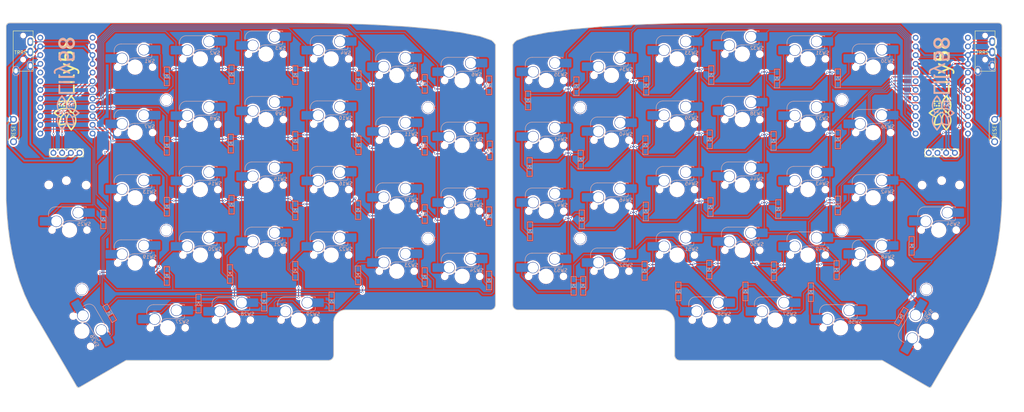
<source format=kicad_pcb>
(kicad_pcb (version 20240108) (generator "pcbnew") (generator_version "8.0")
  (layers (0 "F.Cu" signal) (31 "B.Cu" signal) (34 "B.Paste" user) (35 "F.Paste" user) (36 "B.SilkS" user "B.Silkscreen") (37 "F.SilkS" user "F.Silkscreen") (38 "B.Mask" user) (39 "F.Mask" user) (44 "Edge.Cuts" user))
  (net 0 "")
  (net 1 "Net-(D1-A)")
  (net 2 "row4")
  (net 3 "Net-(D2-A)")
  (net 4 "Net-(D3-A)")
  (net 5 "row0")
  (net 6 "Net-(D4-A)")
  (net 7 "row1")
  (net 8 "Net-(D5-A)")
  (net 9 "row2")
  (net 10 "Net-(D6-A)")
  (net 11 "row3")
  (net 12 "Net-(D7-A)")
  (net 13 "Net-(D8-A)")
  (net 14 "Net-(D9-A)")
  (net 15 "Net-(D10-A)")
  (net 16 "Net-(D11-A)")
  (net 17 "Net-(D12-A)")
  (net 18 "Net-(D13-A)")
  (net 19 "Net-(D14-A)")
  (net 20 "Net-(D15-A)")
  (net 21 "Net-(D16-A)")
  (net 22 "Net-(D17-A)")
  (net 23 "Net-(D18-A)")
  (net 24 "Net-(D19-A)")
  (net 25 "Net-(D20-A)")
  (net 26 "Net-(D21-A)")
  (net 27 "Net-(D22-A)")
  (net 28 "Net-(D23-A)")
  (net 29 "Net-(D24-A)")
  (net 30 "Net-(D25-A)")
  (net 31 "Net-(D26-A)")
  (net 32 "Net-(D27-A)")
  (net 33 "Net-(D28-A)")
  (net 34 "VCC")
  (net 35 "GND")
  (net 36 "col0")
  (net 37 "col1")
  (net 38 "col2")
  (net 39 "col3")
  (net 40 "col4")
  (net 41 "col5")
  (net 42 "SDA")
  (net 43 "Net-(D29-A)")
  (net 44 "SCL")
  (net 45 "RESET")
  (net 47 "DATA")
  (net 53 "row0_l")
  (net 54 "Net-(D30-A)")
  (net 55 "Net-(D31-A)")
  (net 56 "Net-(D32-A)")
  (net 57 "Net-(D33-A)")
  (net 58 "Net-(D34-A)")
  (net 59 "Net-(D35-A)")
  (net 60 "row1_l")
  (net 61 "Net-(D36-A)")
  (net 62 "Net-(D37-A)")
  (net 63 "Net-(D38-A)")
  (net 64 "Net-(D39-A)")
  (net 65 "Net-(D40-A)")
  (net 66 "Net-(D41-A)")
  (net 67 "row2_l")
  (net 68 "Net-(D42-A)")
  (net 69 "Net-(D43-A)")
  (net 70 "Net-(D44-A)")
  (net 71 "Net-(D45-A)")
  (net 72 "Net-(D46-A)")
  (net 73 "Net-(D47-A)")
  (net 74 "row3_l")
  (net 75 "Net-(D48-A)")
  (net 76 "Net-(D49-A)")
  (net 77 "Net-(D50-A)")
  (net 78 "Net-(D51-A)")
  (net 79 "Net-(D52-A)")
  (net 80 "Net-(D53-A)")
  (net 81 "row4_l")
  (net 82 "Net-(D54-A)")
  (net 83 "Net-(D55-A)")
  (net 84 "Net-(D56-A)")
  (net 85 "Net-(D57-A)")
  (net 86 "Net-(D58-A)")
  (net 88 "DATA_l")
  (net 89 "GNDA")
  (net 90 "VDD")
  (net 91 "SDA_l")
  (net 92 "SCL_l")
  (net 93 "RESET_l")
  (net 94 "col5_l")
  (net 95 "col4_l")
  (net 96 "col3_l")
  (net 97 "col2_l")
  (net 98 "col1_l")
  (net 99 "col0_l")
  (footprint "holykeebs:M2_SPACER" (layer "F.Cu") (at 113.542492 41.000497)
    (property "Reference" "TH3" (hide yes))
    (property "Value" "HOLE" (hide yes))
  )
  (footprint "kbd:MJ-4PP-9_1side" (layer "F.Cu") (at 71.842492 20.700497)
    (property "Reference" "J1")
    (property "Value" "4PIN" (hide yes))
  )
  (footprint "holykeebs:M2_HOLE_NPH" (layer "F.Cu") (at 339.073732 64.942997)
    (property "Reference" "REF**" (hide yes))
    (property "Value" "M2_HOLE_NPH" (hide yes))
  )
  (footprint "holykeebs:M2_HOLE_NPH" (layer "F.Cu") (at 84.175482 64.942997)
    (property "Reference" "REF**" (hide yes))
    (property "Value" "M2_HOLE_NPH" (hide yes))
  )
  (footprint "holykeebs:M2_SPACER" (layer "F.Cu") (at 189.742492 43.200497)
    (property "Reference" "TH4" (hide yes))
    (property "Value" "HOLE" (hide yes))
  )
  (footprint "holykeebs:OLED_1side_1mm_holes" (layer "F.Cu") (at 80.652492 56.400497)
    (property "Reference" "P1")
    (property "Value" "OLED" (hide yes))
  )
  (footprint "holykeebs:ProMicro_1mm_holes" (layer "F.Cu") (at 339.352492 37.300497)
    (property "Reference" "U2" (hide yes))
    (property "Value" "ProMicro" (hide yes))
  )
  (footprint "kbd:ResetSW_1side" (layer "F.Cu") (at 69.042492 49.900497 90)
    (property "Reference" "RSW1" (hide yes))
    (property "Value" "SW_RST")
  )
  (footprint "kbd:ResetSW_1side" (layer "F.Cu") (at 354.762492 49.900497 90)
    (property "Reference" "RSW2" (hide yes))
    (property "Value" "SW_RST")
  )
  (footprint "kikit:Tab" (layer "F.Cu") (at 119.33 117.15 90)
    (property "Reference" "REF**" (hide yes))
    (property "Value" "Tab")
  )
  (footprint "kikit:Tab" (layer "F.Cu") (at 101.31 18.18 -90)
    (property "Reference" "REF**" (hide yes))
    (property "Value" "Tab")
  )
  (footprint "kbd:MJ-4PP-9_1side" (layer "F.Cu") (at 351.962492 20.700497)
    (property "Reference" "J2")
    (property "Value" "4PIN" (hide yes))
  )
  (footprint "holykeebs:M2_SPACER" (layer "F.Cu") (at 113.542492 79.000497)
    (property "Reference" "TH5" (hide yes))
    (property "Value" "HOLE" (hide yes))
  )
  (footprint "Lily58-footprint:lily58_logo_3" (layer "F.Cu") (at 84.442492 36.400497 90)
    (property "Reference" "G***" (hide yes))
    (property "Value" "LOGO" (hide yes))
  )
  (footprint "holykeebs:M2_SPACER" (layer "F.Cu") (at 310.262492 41.000497)
    (property "Reference" "TH10" (hide yes))
    (property "Value" "HOLE" (hide yes))
  )
  (footprint "holykeebs:ProMicro_1mm_holes" (layer "F.Cu") (at 84.452492 37.300497)
    (property "Reference" "U1" (hide yes))
    (property "Value" "ProMicro" (hide yes))
  )
  (footprint "holykeebs:M2_SPACER" (layer "F.Cu") (at 189.742492 81.400497)
    (property "Reference" "TH6" (hide yes))
    (property "Value" "HOLE" (hide yes))
  )
  (footprint "holykeebs:M2_SPACER" (layer "F.Cu") (at 88.942492 96.200497 90)
    (property "Reference" "TH7" (hide yes))
    (property "Value" "HOLE" (hide yes))
  )
  (footprint "holykeebs:M2_SPACER" (layer "F.Cu") (at 234.062492 43.200497)
    (property "Reference" "TH11" (hide yes))
    (property "Value" "HOLE" (hide yes))
  )
  (footprint "holykeebs:OLED_1side_1mm_holes" (layer "F.Cu") (at 335.552492 56.397997)
    (property "Reference" "P2")
    (property "Value" "OLED" (hide yes))
  )
  (footprint "kikit:Tab" (layer "F.Cu") (at 185.54 102.44 90)
    (property "Reference" "REF**" (hide yes))
    (property "Value" "Tab")
  )
  (footprint "holykeebs:M2_SPACER" (layer "F.Cu") (at 310.262492 79.000497)
    (property "Reference" "TH12" (hide yes))
    (property "Value" "HOLE" (hide yes))
  )
  (footprint "Lily58-footprint:M2_HOLE_PCB" (layer "F.Cu") (at 90.184992 65.807997)
    (property "Reference" "TH2" (hide yes))
    (property "Value" "HOLE")
  )
  (footprint "holykeebs:M2_SPACER" (layer "F.Cu") (at 334.862492 96.200497 90)
    (property "Reference" "TH14" (hide yes))
    (property "Value" "HOLE" (hide yes))
  )
  (footprint "Lily58-footprint:lily58_logo_3" (layer "F.Cu") (at 339.262492 36.400497 90)
    (property "Reference" "G***" (hide yes))
    (property "Value" "LOGO" (hide yes))
  )
  (footprint "holykeebs:M2_SPACER" (layer "F.Cu") (at 234.062492 81.400497)
    (property "Reference" "TH13" (hide yes))
    (property "Value" "HOLE" (hide yes))
  )
  (footprint "Lily58-footprint:M2_HOLE_PCB" (layer "F.Cu") (at 79.284992 65.737997)
    (property "Reference" "TH1" (hide yes))
    (property "Value" "HOLE")
  )
  (footprint "kikit:Tab" (layer "F.Cu") (at 193.52 20.22 -97)
    (property "Reference" "REF**" (hide yes))
    (property "Value" "Tab")
  )
  (footprint "PCM_marbastlib-mx:SW_MX_HS_CPG151101S11_1u" (layer "B.Cu") (at 142.542492 65.800497 180)
    (property "Reference" "SW15")
    (property "Value" "SW_PUSH")
  )
  (footprint "Lily58-footprint:lily58_logo_3" (layer "B.Cu") (at 339.362492 36.400497 90)
    (property "Reference" "G***" (hide yes))
    (property "Value" "LOGO" (hide yes))
  )
  (footprint "PCM_marbastlib-mx:SW_MX_HS_CPG151101S11_1u" (layer "B.Cu") (at 142.542492 27.610497 180)
    (property "Reference" "SW3")
    (property "Value" "SW_PUSH")
  )
  (footprint "PCM_marbastlib-mx:SW_MX_HS_CPG151101S11_1u" (layer "B.Cu") (at 104.442492 31.400497 180)
    (property "Reference" "SW1")
    (property "Value" "SW_PUSH")
  )
  (footprint "holykeebs:SW_MX_HS_CPG151101S11_1u_flipped" (layer "B.Cu") (at 243.162492 71.900497 180)
    (property "Reference" "SW46")
    (property "Value" "SW_PUSH")
  )
  (footprint "PCM_marbastlib-mx:SW_MX_HS_CPG151101S11_1u" (layer "B.Cu") (at 104.442492 88.500497 180)
    (property "Reference" "SW19")
    (property "Value" "SW_PUSH")
  )
  (footprint "PCM_marbastlib-mx:SW_MX_HS_CPG151101S11_1u" (layer "B.Cu") (at 161.542492 86.200497 180)
    (property "Reference" "SW22")
    (property "Value" "SW_PUSH")
  )
  (footprint "holykeebs:SW_MX_HS_CPG151101S11_1u_flipped" (layer "B.Cu") (at 262.262492 67.100497 180)
    (property "Reference" "SW45")
    (property "Value" "SW_PUSH")
  )
  (footprint "PCM_marbastlib-mx:SW_MX_HS_CPG151101S11_1u" (layer "B.Cu") (at 180.642492 33.800497 180)
    (property "Reference" "SW5")
    (property "Value" "SW_PUSH")
  )
  (footprint "PCM_marbastlib-mx:SW_MX_HS_CPG151101S11_1u" (layer "B.Cu") (at 104.442492 50.500497 180)
    (property "Reference" "SW7")
    (property "Value" "SW_PUSH")
  )
  (footprint "kbd:D3_SMD_v2" (layer "B.Cu") (at 291.753242 72.772997 -90)
    (property "Reference" "D43" (hide yes))
    (property "Value" "D" (hide yes))
  )
  (footprint "holykeebs:SW_MX_HS_CPG151101S11_1u_flipped" (layer "B.Cu") (at 281.262492 46.700497 180)
    (property "Reference" "SW38")
    (property "Value" "SW_PUSH")
  )
  (footprint "kbd:D3_SMD_v2" (layer "B.Cu") (at 142.009992 99.807997 -90)
    (property "Reference" "D28" (hide yes))
    (property "Value" "D" (hide yes))
  )
  (footprint "holykeebs:SW_MX_HS_CPG151101S11_1u_flipped" (layer "B.Cu") (at 338.462492 78.900497 180)
    (property "Reference" "SW54")
    (property "Value" "SW_PUSH")
  )
  (footprint "holykeebs:SW_MX_HS_CPG151101S11_1u_flipped" (layer "B.Cu") (at 309.862492 107.400497 180)
    (property "Reference" "SW56")
    (property "Value" "SW_PUSH")
  )
  (footprint "kbd:D3_SMD_v2" (layer "B.Cu") (at 272.228242 33.722997 -90)
    (property "Reference" "D32" (hide yes))
    (property "Value" "D" (hide yes))
  )
  (footprint "holykeebs:SW_MX_HS_CPG151101S11_1u_flipped" (layer "B.Cu") (at 300.362492 48.100497 180)
    (property "Reference" "SW37")
    (property "Value" "SW_PUSH")
  )
  (footprint "kbd:D3_SMD_v2" (layer "B.Cu") (at 309.078242 71.722997 -90)
    (property "Reference" "D42" (hide yes))
    (property "Value" "D" (hide yes))
  )
  (footprint "holykeebs:SW_MX_HS_CPG151101S11_1u_flipped" (layer "B.Cu") (at 224.112492 92.400497 180)
    (property "Reference" "SW53")
    (property "Value" "SW_PUSH")
  )
  (footprint "holykeebs:SW_MX_HS_CPG151101S11_1u_flipped" (layer "B.Cu") (at 319.362492 69.500497 180)
    (property "Reference" "SW42")
    (property "Value" "SW_PUSH")
  )
  (footprint "kbd:D3_SMD_v2" (layer "B.Cu") (at 218.878242 41.122997 -90)
    (property "Reference" "D35" (hide yes))
    (property "Value" "D" (hide yes))
  )
  (footprint "holykeebs:SW_MX_HS_CPG151101S11_1u_flipped" (layer "B.Cu") (at 281.262492 84.800497 180)
    (property "Reference" "SW50")
    (property "Value" "SW_PUSH")
  )
  (footprint "kikit:Tab" (layer "B.Cu") (at 230.284984 20.22 -83)
    (property "Reference" "REF**" (hide yes))
    (property "Value" "Tab")
  )
  (footprint "kbd:D3_SMD_v2" (layer "B.Cu") (at 151.084992 33.732997 -90)
    (property "Reference" "D3" (hide yes))
    (property "Value" "D" (hide yes))
  )
  (footprint "holykeebs:SW_MX_HS_CPG151101S11_1u_flipped" (layer "B.Cu") (at 300.362492 86.200497 180)
    (property "Reference" "SW49")
    (property "Value" "SW_PUSH")
  )
  (footprint "kbd:D3_SMD_v2" (layer "B.Cu") (at 291.378242 34.722997 -90)
    (property "Reference" "D31" (hide yes))
    (property "Value" "D" (hide yes))
  )
  (footprint "holykeebs:SW_MX_HS_CPG151101S11_1u_flipped" (layer "B.Cu") (at 271.762492 105.150497 180)
    (property "Reference" "SW58")
    (property "Value" "SW_PUSH")
  )
  (footprint "PCM_marbastlib-mx:SW_MX_HS_CPG151101S11_1u" (layer "B.Cu") (at 180.642492 52.700497 180)
    (property "Reference" "SW11")
    (property "Value" "SW_PUSH")
  )
  (footprint "kbd:D3_SMD_v2" (layer "B.Cu") (at 188.784992 92.592997 -90)
    (property "Reference" "D23" (hide yes))
    (property "Value" "D" (hide yes))
  )
  (footprint "kbd:D3_SMD_v2" (layer "B.Cu") (at 253.053242 54.172997 -90)
    (property "Reference" "D39" (hide yes))
    (property "Value" "D" (hide yes))
  )
  (footprint "kbd:D3_SMD_v2" (layer "B.Cu") (at 122.909992 100.357997 -90)
    (property "Reference" "D27" (hide yes))
    (property "Value" "D" (hide yes))
  )
  (footprint "PCM_marbastlib-mx:SW_MX_HS_CPG151101S11_1u" (layer "B.Cu") (at 199.642492 54.200497 180)
    (property "Reference" "SW12")
    (property "Value" "SW_PUSH")
  )
  (footprint "kbd:D3_SMD_v2" (layer "B.Cu") (at 188.784992 54.302997 -90)
    (property "Reference" "D11" (hide yes))
    (property "Value" "D" (hide yes))
  )
  (footprint "PCM_marbastlib-mx:SW_MX_HS_CPG151101S11_1u" (layer "B.Cu") (at 123.442492 86.200497 180)
    (property "Reference" "SW20")
    (property "Value" "SW_PUSH")
  )
  (footprint "holykeebs:SW_MX_HS_CPG151101S11_1u_flipped" (layer "B.Cu") (at 290.862492 105.150497 180)
    (property "Reference" "SW57")
    (property "Value" "SW_PUSH")
  )
  (footprint "kbd:D3_SMD_v2" (layer "B.Cu") (at 169.484992 35.182997 -90)
    (property "Reference" "D4" (hide yes))
    (property "Value" "D" (hide yes))
  )
  (footprint "kbd:D3_SMD_v2" (layer "B.Cu") (at 219.328242 60.522997 -90)
    (property "Reference" "D41" (hide yes))
    (property "Value" "D" (hide yes))
  )
  (footprint "kbd:D3_SMD_v2" (layer "B.Cu") (at 161.659992 99.707997 -90)
    (property "Reference" "D29" (hide yes))
    (property "Value" "D" (hide yes))
  )
  (footprint "kbd:D3_SMD_v2" (layer "B.Cu") (at 113.684992 34.082997 -90)
    (property "Reference" "D1" (hide yes))
    (property "Value" "D" (hide yes))
  )
  (footprint "kbd:D3_SMD_v2" (layer "B.Cu") (at 113.684992 54.332997 -90)
    (property "Reference" "D7" (hide yes))
    (property "Value" "D" (hide yes))
  )
  (footprint "kbd:D3_SMD_v2" (layer "B.Cu") (at 252.828242 90.797997 -90)
    (property "Reference" "D51" (hide yes))
    (property "Value" "D" (hide yes))
  )
  (footprint "kbd:D3_SMD_v2" (layer "B.Cu") (at 301.228242 97.022997 -90)
    (property "Reference" "D56" (hide yes))
    (property "Value" "D" (hide yes))
  )
  (footprint "PCM_marbastlib-mx:SW_MX_HS_CPG151101S11_1u" (layer "B.Cu") (at 142.542492 84.800497 180)
    (property "Reference" "SW21")
    (property "Value" "SW_PUSH")
  )
  (footprint "PCM_marbastlib-mx:SW_MX_HS_CPG151101S11_1u" (layer "B.Cu") (at 180.642492 90.900497 180)
    (property "Reference" "SW23")
    (property "Value" "SW_PUSH")
  )
  (footprint "PCM_marbastlib-mx:SW_MX_HS_CPG151101S11_1u" (layer "B.Cu") (at 123.442492 48.100497 180)
    (property "Reference" "SW8")
    (property "Value" "SW_PUSH")
  )
  (footprint "kbd:D3_SMD_v2" (layer "B.Cu") (at 290.378242 52.897997 -90)
    (property "Reference" "D37" (hide yes))
    (property "Value" "D" (hide yes))
  )
  (footprint "PCM_marbastlib-mx:SW_MX_HS_CPG151101S11_1u" (layer "B.Cu") (at 123.442492 29.000497 180)
    (property "Reference" "SW2")
    (property "Value" "SW_PUSH")
  )
  (footprint "kbd:D3_SMD_v2" (layer "B.Cu") (at 232.953242 36.972997 -90)
    (property "Reference" "D34" (hide yes))
    (property "Value" "D" (hide yes))
  )
  (footprint "kbd:D3_SMD_v2" (layer "B.Cu") (at 262.653242 96.797997 -90)
    (property "Reference" "D58" (hide yes))
    (property "Value" "D" (hide yes))
  )
  (footprint "holykeebs:SW_MX_HS_CPG151101S11_1u_flipped" (layer "B.Cu") (at 281.262492 65.800497 180)
    (property "Reference" "SW44")
    (property "Value" "SW_PUSH")
  )
  (footprint "holykeebs:SW_MX_HS_CPG151101S11_1u_flipped" (layer "B.Cu") (at 262.262492 48.000497 180)
    (property "Reference" "SW39")
    (property "Value" "SW_PUSH")
  )
  (footprint "holykeebs:SW_MX_HS_CPG151101S11_1u_flipped" (layer "B.Cu") (at 224.162492 54.200497 180)
    (property "Reference" "SW41")
    (property "Value" "SW_PUSH")
  )
  (footprint "kbd:D3_SMD_v2" (layer "B.Cu") (at 132.534992 71.507997 -90)
    (property "Reference" "D14" (hide yes))
    (property "Value" "D" (hide yes))
  )
  (footprint "kbd:D3_SMD_v2" (layer "B.Cu") (at 207.509992 74.857997 -90)
    (property "Reference" "D18" (hide yes))
    (property "Value" "D" (hide yes))
  )
  (footprint "kbd:D3_SMD_v2" (layer "B.Cu") (at 330.578242 83.522997 -90)
    (property "Reference" "D54" (hide yes))
    (property "Value" "D" (hide yes))
  )
  (footprint "kbd:D3_SMD_v2" (layer "B.Cu") (at 169.384992 92.072997 -90)
    (property "Reference" "D22" (hide yes))
    (property "Value" "D" (hide yes))
  )
  (footprint "kbd:D3_SMD_v2" (layer "B.Cu") (at 309.078242 34.647997 -90)
    (property "Reference" "D30" (hide yes))
    (property "Value" "D" (hide yes))
  )
  (footprint "kbd:D3_SMD_v2" (layer "B.Cu") (at 232.153242 95.172997 -90)
    (property "Reference" "D53" (hide yes))
    (property "Value" "D" (hide yes))
  )
  (footprint "Lily58-footprint:M2_HOLE_PCB" (layer "B.Cu") (at 333.62 65.81 180)
    (property "Reference" "TH9" (hide yes))
    (property "Value" "HOLE")
  )
  (footprint "holykeebs:SW_MX_HS_CPG151101S11_1u_flipped" (layer "B.Cu") (at 262.262492 86.200497 180)
    (property "Reference" "SW51")
    (property "Value" "SW_PUSH")
  )
  (footprint "kbd:D3_SMD_v2" (layer "B.Cu") (at 132.312532 53.710537 -90)
    (property "Reference" "D8" (hide yes))
    (property "Value" "D" (hide yes))
  )
  (footprint "PCM_marbastlib-mx:SW_MX_HS_CPG151101S11_1u" (layer "B.Cu") (at 152.042492 105.150497 180)
    (property "Reference" "SW29")
    (property "Value" "SW_PUSH")
  )
  (footprint "kbd:D3_SMD_v2" (layer "B.Cu") (at 234.528242 75.797997 -90)
    (property "Reference" "D46" (hide yes))
    (property "Value" "D" (hide yes))
  )
  (footprint "kbd:D3_SMD_v2" (layer "B.Cu") (at 169.484992 54.182997 -90)
    (property "Reference" "D10" (hide yes))
    (property "Value" "D" (hide yes))
  )
  (footprint "kbd:D3_SMD_v2" (layer "B.Cu") (at 290.478242 90.897997 -90)
    (property "Reference" "D49" (hide yes))
    (property "Value" "D" (hide yes))
  )
  (footprint "kbd:D3_SMD_v2" (layer "B.Cu") (at 113.684992 92.282997 -90)
    (property "Reference" "D19" (hide yes))
    (property "Value" "D" (hide yes))
  )
  (footprint "PCM_marbastlib-mx:SW_MX_HS_CPG151101S11_1u" (layer "B.Cu") (at 123.442492 67.100497 180)
    (property "Reference" "SW14")
    (property "Value" "SW_PUSH")
  )
  (footprint "PCM_marbastlib-mx:SW_MX_HS_CPG151101S11_1u" (layer "B.Cu") (at 113.942492 107.400497 180)
    (property "Reference" "SW27")
    (property "Value" "SW_PUSH")
  )
  (footprint "kbd:D3_SMD_v2" (layer "B.Cu") (at 132.534992 33.507997 -90)
    (property "Reference" "D2" (hide yes))
    (property "Value" "D" (hide yes))
  )
  (footprint "PCM_marbastlib-mx:SW_MX_HS_CPG151101S11_1u" (layer "B.Cu") (at 199.642492 35.300497 180)
    (property "Reference" "SW6")
    (property "Value" "SW_PUSH")
  )
  (footprint "kbd:D3_SMD_v2" (layer "B.Cu") (at 169.384992 73.072997 -90)
    (property "Reference" "D16" (hide yes))
    (property "Value" "D" (hide yes))
  )
  (footprint "holykeebs:SW_MX_HS_CPG151101S11_1u_flipped" (layer "B.Cu") (at 300.362492 67.100497 180)
    (property "Reference" "SW43")
    (property "Value" "SW_PUSH")
  )
  (footprint "kbd:D3_SMD_v2" (layer "B.Cu") (at 113.684992 72.082997 -90)
    (property "Reference" "D13" (hide yes))
    (property "Value" "D" (hide yes))
  )
  (footprint "kbd:D3_SMD_v2" (layer "B.Cu") (at 207.729992 55.677997 -90)
    (property "Reference" "D12" (hide yes))
    (property "Value" "D" (hide yes))
  )
  (footprint "Lily58-footprint:M2_HOLE_PCB" (layer "B.Cu") (at 344.52 65.76 180)
    (property "Reference" "TH8" (hide yes))
    (property "Value" "HOLE")
  )
  (footprint "holykeebs:SW_MX_HS_CPG151101S11_1u_flipped" (layer "B.Cu") (at 243.162492 90.900497 180)
    (property "Reference" "SW52")
    (property "Value" "SW_PUSH")
  )
  (footprint "kikit:Tab" (layer "B.Cu") (at 304.474984 117.15 90)
    (property "Reference" "REF**" (hide yes))
    (property "Value" "Tab")
  )
  (footprint "PCM_marbastlib-mx:SW_MX_HS_CPG151101S11_1u" (layer "B.Cu") (at 104.442492 69.500497 180)
    (property "Reference" "SW13")
    (property "Value" "SW_PUSH")
  )
  (footprint "Lily58-footprint:lily58_logo_3" (layer "B.Cu") (at 84.542492 36.400497 90)
    (property "Reference" "G***" (hide yes))
    (property "Value" "LOGO" (hide yes))
  )
  (footprint "kbd:D3_SMD_v2" (layer "B.Cu") (at 95.209992 75.782997 -90)
    (property "Reference" "D25" (hide yes))
    (property "Value" "D" (hide yes))
  )
  (footprint "kikit:Tab" (layer "B.Cu") (at 322.494984 18.18 -90)
    (property "Reference" "REF**" (hide yes))
    (property "Value" "Tab")
  )
  (footprint "PCM_marbastlib-mx:SW_MX_HS_CPG151101S11_1u" (layer "B.Cu") (at 132.942492 105.150497 180)
    (property "Reference" "SW28")
    (property "Value" "SW_PUSH")
  )
  (footprint "kbd:D3_SMD_v2" (layer "B.Cu") (at 309.078242 52.447997 -90)
    (property "Reference" "D36" (hide yes))
    (property "Value" "D" (hide yes))
  )
  (footprint "kikit:Tab" (layer "B.Cu") (at 238.264984 102.44 90)
    (property "Reference" "REF**" (hide yes))
    (property "Value" "Tab")
  )
  (footprint "PCM_marbastlib-mx:SW_MX_HS_CPG151101S11_1u" (layer "B.Cu") (at 180.642492 71.900497 180)
    (property "Reference" "SW17")
    (property "Value" "SW_PUSH")
  )
  (footprint "kbd:D3_SMD_v2" (layer "B.Cu") (at 327.562492 104.100497 60)
    (property "Reference" "D55" (hide yes))
    (property "Value" "D" (hide yes))
  )
  (footprint "kbd:D3_SMD_v2" (layer "B.Cu") (at 253.278242 36.797997 -90)
    (property "Reference" "D33" (hide yes))
    (property "Value" "D" (hide yes))
  )
  (footprint "PCM_marbastlib-mx:SW_MX_HS_CPG151101S11_1u" (layer "B.Cu") (at 161.542492 67.100497 180)
    (property "Reference" "SW16")
    (property "Value" "SW_PUSH")
  )
  (footprint "PCM_marbastlib-mx:SW_MX_HS_CPG151101S11_1.5u" (layer "B.Cu") (at 88.942492 108.400497 120)
    (property "Reference" "SW26")
    (property "Value" "SW_PUSH")
  )
  (footprint "PCM_marbastlib-mx:SW_MX_HS_CPG151101S11_1.5u" (layer "B.Cu") (at 334.862492 108.400497 -120)
    (property "Reference" "SW55")
    (property "Value" "SW_PUSH")
  )
  (footprint "holykeebs:SW_MX_HS_CPG151101S11_1u_flipped" (layer "B.Cu") (at 243.162492 52.700497 180)
    (property "Reference" "SW40")
    (property "Value" "SW_PUSH")
  )
  (footprint "kbd:D3_SMD_v2" (layer "B.Cu") (at 271.653242 90.447997 -90)
    (property "Reference" "D50" (hide yes))
    (property "Value" "D" (hide yes))
  )
  (footprint "kbd:D3_SMD_v2" (layer "B.Cu") (at 151.084992 73.182997 -90)
    (property "Reference" "D15" (hide yes))
    (property "Value" "D" (hide yes))
  )
  (footprint "kbd:D3_SMD_v2" (layer "B.Cu") (at 151.084992 90.782997 -90)
    (property "Reference" "D21" (hide yes))
    (property "Value" "D" (hide yes))
  )
  (footprint "holykeebs:SW_MX_HS_CPG151101S11_1u_flipped" (layer "B.Cu") (at 319.362492 31.400497 180)
    (property "Reference" "SW30")
    (property "Value" "SW_PUSH")
  )
  (footprint "kbd:D3_SMD_v2" (layer "B.Cu") (at 132.084992 91.707997 -90)
    (property "Reference" "D20" (hide yes))
    (property "Value" "D" (hide yes))
  )
  (footprint "PCM_marbastlib-mx:SW_MX_HS_CPG151101S11_1u" (layer "B.Cu") (at 85.342492 78.900497 180)
    (property "Reference" "SW25")
    (property "Value" "SW_PUSH")
  )
  (footprint "kbd:D3_SMD_v2" (layer "B.Cu") (at 207.509992 93.607997 -90)
    (property "Reference" "D24" (hide yes))
    (property "Value" "D" (hide yes))
  )
  (footprint "PCM_marbastlib-mx:SW_MX_HS_CPG151101S11_1u" (layer "B.Cu") (at 199.692492 92.400497 180)
    (property "Reference" "SW24")
    (property "Value" "SW_PUSH")
  )
  (footprint "kbd:D3_SMD_v2" (layer "B.Cu") (at 207.519992 36.687997 -90)
    (property "Reference" "D6" (hide yes))
    (property "Value" "D" (hide yes))
  )
  (footprint "kbd:D3_SMD_v2" (layer "B.Cu") (at 308.728242 90.547997 -90)
    (property "Reference" "D48" (hide yes))
    (property "Value" "D" (hide yes))
  )
  (footprint "kbd:D3_SMD_v2" (layer "B.Cu") (at 234.203242 58.347997 -90)
    (property "Reference" "D40" (hide yes))
    (property "Value" "D" (hide yes))
  )
  (footprint "holykeebs:SW_MX_HS_CPG151101S11_1u_flipped" (layer "B.Cu") (at 319.362492 50.500497 180)
    (property "Reference" "SW36")
    (property "Value" "SW_PUSH")
  )
  (footprint "kbd:D3_SMD_v2" (layer "B.Cu") (at 151.084992 52.932997 -90)
    (property "Reference" "D9" (hide yes))
    (property "Value" "D" (hide yes))
  )
  (footprint "holykeebs:SW_MX_HS_CPG151101S11_1u_flipped" (layer "B.Cu") (at 262.262492 29.000497 180)
    (property "Reference" "SW33")
    (property "Value" "SW_PUSH")
  )
  (footprint "holykeebs:SW_MX_HS_CPG151101S11_1u_flipped" (layer "B.Cu") (at 281.262492 27.610497 180)
    (property "Reference" "SW32")
    (property "Value" "SW_PUSH")
  )
  (footprint "kbd:D3_SMD_v2" (layer "B.Cu") (at 253.178242 73.472997 -90)
    (property "Reference" "D45" (hide yes))
    (property "Value" "D" (hide yes))
  )
  (footprint "holykeebs:SW_MX_HS_CPG151101S11_1u_flipped" (layer "B.Cu") (at 243.162492 33.800497 180)
    (property "Reference" "SW34")
    (property "Value" "SW_PUSH")
  )
  (footprint "kbd:D3_SMD_v2" (layer "B.Cu") (at 188.784992 36.282997 -90)
    (property "Reference" "D5" (hide yes))
    (property "Value" "D" (hide yes))
  )
  (footprint "holykeebs:SW_MX_HS_CPG151101S11_1u_flipped" (layer "B.Cu") (at 319.362492 88.500497 180)
    (property "Reference" "SW48")
    (property "Value" "SW_PUSH")
  )
  (footprint "holykeebs:SW_MX_HS_CPG151101S11_1u_flipped" (layer "B.Cu") (at 224.162492 35.300497 180)
    (property "Reference" "SW35")
    (property "Value" "SW_PUSH")
  )
  (footprint "kbd:D3_SMD_v2" (layer "B.Cu") (at 234.928242 95.172997 -90)
    (property "Reference" "D52" (hide yes))
    (property "Value" "D" (hide yes))
  )
  (footprint "holykeebs:SW_MX_HS_CPG151101S11_1u_flipped" (layer "B.Cu") (at 300.362492 29.000497 180)
    (property "Reference" "SW31")
    (property "Value" "SW_PUSH")
  )
  (footprint "kbd:D3_SMD_v2" (layer "B.Cu") (at 97.034992 103.157997 -60)
    (property "Reference" "D26" (hide yes))
    (property "Value" "D" (hide yes))
  )
  (footprint "kbd:D3_SMD_v2" (layer "B.Cu") (at 272.003242 72.197997 -90)
    (property "Reference" "D44" (hide yes))
    (property "Value" "D" (hide yes))
  )
  (footprint "PCM_marbastlib-mx:SW_MX_HS_CPG151101S11_1u" (layer "B.Cu") (at 161.542492 29.000497 180)
    (property "Reference" "SW4")
    (property "Value" "SW_PUSH")
  )
  (footprint "PCM_marbastlib-mx:SW_MX_HS_CPG151101S11_1u" (layer "B.Cu") (at 161.542492 48.000497 180)
    (property "Reference" "SW10")
    (property "Value" "SW_PUSH")
  )
  (footprint "PCM_marbastlib-mx:SW_MX_HS_CPG151101S11_1u" (layer "B.Cu") (at 199.642492 73.400497 180)
    (property "Reference" "SW18")
    (property "Value" "SW_PUSH")
  )
  (footprint "kbd:D3_SMD_v2" (layer "B.Cu") (at 282.178242 96.797997 -90)
    (property "Reference" "D57" (hide yes))
    (property "Value" "D" (hide yes))
  )
  (footprint "PCM_marbastlib-mx:SW_MX_HS_CPG151101S11_1u" (layer "B.Cu") (at 142.542492 46.700497 180)
    (property "Reference" "SW9")
    (property "Value" "SW_PUSH")
  )
  (footprint "holykeebs:SW_MX_HS_CPG151101S11_1u_flipped" (layer "B.Cu") (at 224.162492 73.400497 180)
    (property "Reference" "SW47")
    (property "Value" "SW_PUSH")
  )
  (footprint "kbd:D3_SMD_v2" (layer "B.Cu") (at 271.778242 52.447997 -90)
    (property "Reference" "D38" (hide yes))
    (property "Value" "D" (hide yes))
  )
  (footprint "kbd:D3_SMD_v2" (layer "B.Cu") (at 188.784992 74.217997 -90)
    (property "Reference" "D17" (hide yes))
    (property "Value" "D" (hide yes))
  )
  (footprint "kbd:D3_SMD_v2" (layer "B.Cu") (at 219.453242 79.247997 -90)
    (property "Reference" "D47" (hide yes))
    (property "Value" "D" (hide yes))
  )
  (gr_line (start 80.638139 112.854198) (end 82.313833 115.720517) (stroke (width 0.2)) (layer "Edge.Cuts"))
  (gr_line (start 98.453417 118.85142) (end 101.804805 116.911142) (stroke (width 0.2)) (layer "Edge.Cuts"))
  (gr_line (start 356.616922 18.79462) (end 356.461555 18.666458) (stroke (width 0.2)) (layer "Edge.Cuts"))
  (gr_line (start 163.286376 103.214768) (end 163.804265 102.787562) (stroke (width 0.2)) (layer "Edge.Cuts"))
  (gr_line (start 336.148164 124.723029) (end 336.265197 124.623381) (stroke (width 0.2)) (layer "Edge.Cuts"))
  (gr_line (start 356.283189 18.569707) (end 356.08603 18.508572) (stroke (width 0.2)) (layer "Edge.Cuts"))
  (gr_line (start 214.43294 100.992728) (end 214.520275 101.274384) (stroke (width 0.2)) (layer "Edge.Cuts"))
  (gr_line (start 160.76184 116.912155) (end 161.064336 116.881708) (stroke (width 0.2)) (layer "Edge.Cuts"))
  (gr_line (start 173.86203 18.985871) (end 162.932055 18.616151) (stroke (width 0.2)) (layer "Edge.Cuts"))
  (gr_line (start 208.486644 102.072449) (end 208.741452 101.934233) (stroke (width 0.2)) (layer "Edge.Cuts"))
  (gr_line (start 215.584021 23.556687) (end 214.962492 24.100497) (stroke (width 0.2)) (layer "Edge.Cuts"))
  (gr_line (start 164.398818 102.465058) (end 165.056016 102.261275) (stroke (width 0.2)) (layer "Edge.Cuts"))
  (gr_line (start 231.441734 20.346058) (end 224.336795 21.285656) (stroke (width 0.2)) (layer "Edge.Cuts"))
  (gr_line (start 218.973173 22.364344) (end 215.584021 23.556687) (stroke (width 0.2)) (layer "Edge.Cuts"))
  (gr_line (start 356.745083 18.949986) (end 356.616922 18.79462) (stroke (width 0.2)) (layer "Edge.Cuts"))
  (gr_line (start 66.88002 25.844192) (end 66.88002 69.992726) (stroke (width 0.2)) (layer "Edge.Cuts"))
  (gr_line (start 165.76184 102.190232) (end 207.902491 102.190232) (stroke (width 0.2)) (layer "Edge.Cuts"))
  (gr_line (start 209.284709 101.274384) (end 209.372044 100.992728) (stroke (width 0.2)) (layer "Edge.Cuts"))
  (gr_line (start 314.629797 116.912155) (end 322.000179 116.911142) (stroke (width 0.2)) (layer "Edge.Cuts"))
  (gr_line (start 87.65682 124.723029) (end 87.784962 124.786942) (stroke (width 0.2)) (layer "Edge.Cuts"))
  (gr_line (start 162.26184 105.690232) (end 162.332883 104.984408) (stroke (width 0.2)) (layer "Edge.Cuts"))
  (gr_line (start 87.539787 124.623381) (end 87.65682 124.723029) (stroke (width 0.2)) (layer "Edge.Cuts"))
  (gr_line (start 338.139762 121.453156) (end 339.815456 118.586837) (stroke (width 0.2)) (layer "Edge.Cuts"))
  (gr_line (start 325.351567 118.85142) (end 327.027262 119.821559) (stroke (width 0.2)) (layer "Edge.Cuts"))
  (gr_line (start 70.805597 93.931167) (end 72.23425 97.71857) (stroke (width 0.2)) (layer "Edge.Cuts"))
  (gr_line (start 161.822753 116.473068) (end 162.005841 116.251116) (stroke (width 0.2)) (layer "Edge.Cuts"))
  (gr_line (start 336.020022 124.786942) (end 336.148164 124.723029) (stroke (width 0.2)) (layer "Edge.Cuts"))
  (gr_line (start 263.043144 116.912155) (end 314.629797 116.912155) (stroke (width 0.2)) (layer "Edge.Cuts"))
  (gr_line (start 356.08603 18.508572) (end 355.874282 18.487259) (stroke (width 0.2)) (layer "Edge.Cuts"))
  (gr_line (start 262.458992 116.794373) (end 262.740648 116.881708) (stroke (width 0.2)) (layer "Edge.Cuts"))
  (gr_line (start 151.193373 18.487259) (end 67.930702 18.487259) (stroke (width 0.2)) (layer "Edge.Cuts"))
  (gr_line (start 209.402491 100.690232) (end 209.402492 24.837252) (stroke (width 0.2)) (layer "Edge.Cuts"))
  (gr_line (start 339.815456 118.586837) (end 341.491151 115.720517) (stroke (width 0.2)) (layer "Edge.Cuts"))
  (gr_line (start 260.518608 103.214768) (end 260.945814 103.732657) (stroke (width 0.2)) (layer "Edge.Cuts"))
  (gr_line (start 336.370655 124.488647) (end 336.464067 124.319476) (stroke (width 0.2)) (layer "Edge.Cuts"))
  (gr_line (start 87.923744 124.814471) (end 88.072698 124.804965) (stroke (width 0.2)) (layer "Edge.Cuts"))
  (gr_line (start 85.665222 121.453156) (end 87.340917 124.319476) (stroke (width 0.2)) (layer "Edge.Cuts"))
  (gr_line (start 215.063532 101.934233) (end 215.31834 102.072449) (stroke (width 0.2)) (layer "Edge.Cuts"))
  (gr_line (start 261.573591 115.714651) (end 261.660927 115.996307) (stroke (width 0.2)) (layer "Edge.Cuts"))
  (gr_line (start 204.831811 22.364344) (end 199.468189 21.285656) (stroke (width 0.2)) (layer "Edge.Cuts"))
  (gr_line (start 78.962444 109.987878) (end 80.638139 112.854198) (stroke (width 0.2)) (layer "Edge.Cuts"))
  (gr_line (start 261.543144 105.690232) (end 261.543144 115.412155) (stroke (width 0.2)) (layer "Edge.Cuts"))
  (gr_line (start 161.345992 116.794373) (end 161.6008 116.656157) (stroke (width 0.2)) (layer "Edge.Cuts"))
  (gr_line (start 161.064336 116.881708) (end 161.345992 116.794373) (stroke (width 0.2)) (layer "Edge.Cuts"))
  (gr_line (start 67.963464 82.091322) (end 68.689575 86.095743) (stroke (width 0.2)) (layer "Edge.Cuts"))
  (gr_line (start 214.658491 101.529193) (end 214.84158 101.751145) (stroke (width 0.2)) (layer "Edge.Cuts"))
  (gr_line (start 356.461555 18.666458) (end 356.283189 18.569707) (stroke (width 0.2)) (layer "Edge.Cuts"))
  (gr_line (start 215.902493 102.190232) (end 258.043144 102.190232) (stroke (width 0.2)) (layer "Edge.Cuts"))
  (gr_line (start 215.31834 102.072449) (end 215.599997 102.159785) (stroke (width 0.2)) (layer "Edge.Cuts"))
  (gr_line (start 330.378651 121.761837) (end 332.054345 122.731976) (stroke (width 0.2)) (layer "Edge.Cuts"))
  (gr_line (start 351.570734 97.71857) (end 352.999387 93.931167) (stroke (width 0.2)) (layer "Edge.Cuts"))
  (gr_line (start 328.702956 120.791698) (end 330.378651 121.761837) (stroke (width 0.2)) (layer "Edge.Cuts"))
  (gr_line (start 67.059901 18.949986) (end 66.963149 19.128352) (stroke (width 0.2)) (layer "Edge.Cuts"))
  (gr_line (start 183.750146 19.570985) (end 173.86203 18.985871) (stroke (width 0.2)) (layer "Edge.Cuts"))
  (gr_line (start 260.945814 103.732657) (end 261.268318 104.32721) (stroke (width 0.2)) (layer "Edge.Cuts"))
  (gr_line (start 67.432789 78.05816) (end 67.963464 82.091322) (stroke (width 0.2)) (layer "Edge.Cuts"))
  (gr_line (start 336.265197 124.623381) (end 336.370655 124.488647) (stroke (width 0.2)) (layer "Edge.Cuts"))
  (gr_line (start 356.924282 19.537259) (end 356.902969 19.325512) (stroke (width 0.2)) (layer "Edge.Cuts"))
  (gr_line (start 208.204987 102.159785) (end 208.486644 102.072449) (stroke (width 0.2)) (layer "Edge.Cuts"))
  (gr_line (start 192.36325 20.346058) (end 183.750146 19.570985) (stroke (width 0.2)) (layer "Edge.Cuts"))
  (gr_line (start 259.406166 102.465058) (end 260.000719 102.787562) (stroke (width 0.2)) (layer "Edge.Cuts"))
  (gr_line (start 208.842492 24.100497) (end 208.220963 23.556687) (stroke (width 0.2)) (layer "Edge.Cuts"))
  (gr_line (start 356.902969 19.325512) (end 356.841835 19.128352) (stroke (width 0.2)) (layer "Edge.Cuts"))
  (gr_line (start 214.520275 101.274384) (end 214.658491 101.529193) (stroke (width 0.2)) (layer "Edge.Cuts"))
  (gr_line (start 261.799143 116.251116) (end 261.982231 116.473068) (stroke (width 0.2)) (layer "Edge.Cuts"))
  (gr_line (start 322.000179 116.911142) (end 325.351567 118.85142) (stroke (width 0.2)) (layer "Edge.Cuts"))
  (gr_line (start 356.924964 69.992726) (end 356.924964 25.844192) (stroke (width 0.2)) (layer "Edge.Cuts"))
  (gr_line (start 214.402492 24.837252) (end 214.402493 100.690232) (stroke (width 0.2)) (layer "Edge.Cuts"))
  (gr_line (start 346.518234 107.121559) (end 348.193929 104.255239) (stroke (width 0.2)) (layer "Edge.Cuts"))
  (gr_line (start 82.313833 115.720517) (end 83.989528 118.586837) (stroke (width 0.2)) (layer "Edge.Cuts"))
  (gr_line (start 162.26184 115.412155) (end 162.26184 105.690232) (stroke (width 0.2)) (layer "Edge.Cuts"))
  (gr_line (start 335.405734 124.672253) (end 335.573628 124.757775) (stroke (width 0.2)) (layer "Edge.Cuts"))
  (gr_line (start 356.372195 78.05816) (end 356.726802 74.018058) (stroke (width 0.2)) (layer "Edge.Cuts"))
  (gr_line (start 344.84254 109.987878) (end 346.518234 107.121559) (stroke (width 0.2)) (layer "Edge.Cuts"))
  (gr_line (start 352.999387 93.931167) (end 354.174488 90.049624) (stroke (width 0.2)) (layer "Edge.Cuts"))
  (gr_line (start 161.6008 116.656157) (end 161.822753 116.473068) (stroke (width 0.2)) (layer "Edge.Cuts"))
  (gr_line (start 261.268318 104.32721) (end 261.472101 104.984408) (stroke (width 0.2)) (layer "Edge.Cuts"))
  (gr_line (start 348.193929 104.255239) (end 349.869159 101.390037) (stroke (width 0.2)) (layer "Edge.Cuts"))
  (gr_line (start 67.718954 18.508572) (end 67.521795 18.569707) (stroke (width 0.2)) (layer "Edge.Cuts"))
  (gr_line (start 335.88124 124.814471) (end 336.020022 124.786942) (stroke (width 0.2)) (layer "Edge.Cuts"))
  (gr_line (start 72.23425 97.71857) (end 73.935825 101.390037) (stroke (width 0.2)) (layer "Edge.Cuts"))
  (gr_line (start 240.054838 19.570985) (end 231.441734 20.346058) (stroke (width 0.2)) (layer "Edge.Cuts"))
  (gr_line (start 258.043144 102.190232) (end 258.748968 102.261275) (stroke (width 0.2)) (layer "Edge.Cuts"))
  (gr_line (start 68.689575 86.095743) (end 69.630496 90.049624) (stroke (width 0.2)) (layer "Edge.Cuts"))
  (gr_line (start 73.935825 101.390037) (end 75.611055 104.255239) (stroke (width 0.2)) (layer "Edge.Cuts"))
  (gr_line (start 356.726802 74.018058) (end 356.924964 69.992726) (stroke (width 0.2)) (layer "Edge.Cuts"))
  (gr_line (start 90.074944 123.702114) (end 91.750639 122.731976) (stroke (width 0.2)) (layer "Edge.Cuts"))
  (gr_line (start 163.804265 102.787562) (end 164.398818 102.465058) (stroke (width 0.2)) (layer "Edge.Cuts"))
  (gr_line (start 260.000719 102.787562) (end 260.518608 103.214768) (stroke (width 0.2)) (layer "Edge.Cuts"))
  (gr_line (start 162.932055 18.616151) (end 151.193373 18.487259) (stroke (width 0.2)) (layer "Edge.Cuts"))
  (gr_line (start 354.174488 90.049624) (end 355.115409 86.095743) (stroke (width 0.2)) (layer "Edge.Cuts"))
  (gr_line (start 77.28675 107.121559) (end 78.962444 109.987878) (stroke (width 0.2)) (layer "Edge.Cuts"))
  (gr_line (start 87.784962 124.786942) (end 87.923744 124.814471) (stroke (width 0.2)) (layer "Edge.Cuts"))
  (gr_line (start 67.343429 18.666458) (end 67.188062 18.79462) (stroke (width 0.2)) (layer "Edge.Cuts"))
  (gr_line (start 88.39925 124.672253) (end 90.074944 123.702114) (stroke (width 0.2)) (layer "Edge.Cuts"))
  (gr_line (start 165.056016 102.261275) (end 165.76184 102.190232) (stroke (width 0.2)) (layer "Edge.Cuts"))
  (gr_line (start 67.521795 18.569707) (end 67.343429 18.666458) (stroke (width 0.2)) (layer "Edge.Cuts"))
  (gr_line (start 356.924964 25.844192) (end 356.924282 19.537259) (stroke (width 0.2)) (layer "Edge.Cuts"))
  (gr_line (start 66.902015 19.325512) (end 66.880702 19.537259) (stroke (width 0.2)) (layer "Edge.Cuts"))
  (gr_line (start 332.054345 122.731976) (end 333.73004 123.702114) (stroke (width 0.2)) (layer "Edge.Cuts"))
  (gr_line (start 75.611055 104.255239) (end 77.28675 107.121559) (stroke (width 0.2)) (layer "Edge.Cuts"))
  (gr_line (start 69.630496 90.049624) (end 70.805597 93.931167) (stroke (width 0.2)) (layer "Edge.Cuts"))
  (gr_line (start 258.748968 102.261275) (end 259.406166 102.465058) (stroke (width 0.2)) (layer "Edge.Cuts"))
  (gr_line (start 66.88002 69.992726) (end 67.078182 74.018058) (stroke (width 0.2)) (layer "Edge.Cuts"))
  (gr_line (start 208.963404 101.751145) (end 209.146493 101.529193) (stroke (width 0.2)) (layer "Edge.Cuts"))
  (gr_line (start 162.144057 115.996307) (end 162.231393 115.714651) (stroke (width 0.2)) (layer "Edge.Cuts"))
  (gr_line (start 67.188062 18.79462) (end 67.059901 18.949986) (stroke (width 0.2)) (layer "Edge.Cuts"))
  (gr_line (start 67.930702 18.487259) (end 67.718954 18.508572) (stroke (width 0.2)) (layer "Edge.Cuts"))
  (gr_line (start 87.340917 124.319476) (end 87.434329 124.488647) (stroke (width 0.2)) (layer "Edge.Cuts"))
  (gr_line (start 162.332883 104.984408) (end 162.536666 104.32721) (stroke (width 0.2)) (layer "Edge.Cuts"))
  (gr_line (start 224.336795 21.285656) (end 218.973173 22.364344) (stroke (width 0.2)) (layer "Edge.Cuts"))
  (gr_line (start 335.732286 124.804965) (end 335.88124 124.814471) (stroke (width 0.2)) (layer "Edge.Cuts"))
  (gr_line (start 214.402493 100.690232) (end 214.43294 100.992728) (stroke (width 0.2)) (layer "Edge.Cuts"))
  (gr_line (start 209.146493 101.529193) (end 209.284709 101.274384) (stroke (width 0.2)) (layer "Edge.Cuts"))
  (gr_line (start 215.599997 102.159785) (end 215.902493 102.190232) (stroke (width 0.2)) (layer "Edge.Cuts"))
  (gr_line (start 261.660927 115.996307) (end 261.799143 116.251116) (stroke (width 0.2)) (layer "Edge.Cuts"))
  (gr_line (start 88.231356 124.757775) (end 88.39925 124.672253) (stroke (width 0.2)) (layer "Edge.Cuts"))
  (gr_line (start 335.573628 124.757775) (end 335.732286 124.804965) (stroke (width 0.2)) (layer "Edge.Cuts"))
  (gr_line (start 83.989528 118.586837) (end 85.665222 121.453156) (stroke (width 0.2)) (layer "Edge.Cuts"))
  (gr_line (start 260.872929 18.616151) (end 249.942954 18.985871) (stroke (width 0.2)) (layer "Edge.Cuts"))
  (gr_line (start 66.880702 19.537259) (end 66.88002 25.844192) (stroke (width 0.2)) (layer "Edge.Cuts"))
  (gr_line (start 355.874282 18.487259) (end 272.611611 18.487259) (stroke (width 0.2)) (layer "Edge.Cuts"))
  (gr_line (start 95.102028 120.791698) (end 96.777722 119.821559) (stroke (width 0.2)) (layer "Edge.Cuts"))
  (gr_line (start 261.543144 115.412155) (end 261.573591 115.714651) (stroke (width 0.2)) (layer "Edge.Cuts"))
  (gr_line (start 356.841835 19.128352) (end 356.745083 18.949986) (stroke (width 0.2)) (layer "Edge.Cuts"))
  (gr_line (start 327.027262 119.821559) (end 328.702956 120.791698) (stroke (width 0.2)) (layer "Edge.Cuts"))
  (gr_line (start 162.231393 115.714651) (end 162.26184 115.412155) (stroke (width 0.2)) (layer "Edge.Cuts"))
  (gr_line (start 333.73004 123.702114) (end 335.405734 124.672253) (stroke (width 0.2)) (layer "Edge.Cuts"))
  (gr_line (start 214.84158 101.751145) (end 215.063532 101.934233) (stroke (width 0.2)) (layer "Edge.Cuts"))
  (gr_line (start 109.175187 116.912155) (end 160.76184 116.912155) (stroke (width 0.2)) (layer "Edge.Cuts"))
  (gr_line (start 208.741452 101.934233) (end 208.963404 101.751145) (stroke (width 0.2)) (layer "Edge.Cuts"))
  (gr_line (start 355.115409 86.095743) (end 355.84152 82.091322) (stroke (width 0.2)) (layer "Edge.Cuts"))
  (gr_line (start 101.804805 116.911142) (end 109.175187 116.912155) (stroke (width 0.2)) (layer "Edge.Cuts"))
  (gr_line (start 343.166845 112.854198) (end 344.84254 109.987878) (stroke (width 0.2)) (layer "Edge.Cuts"))
  (gr_line (start 199.468189 21.285656) (end 192.36325 20.346058) (stroke (width 0.2)) (layer "Edge.Cuts"))
  (gr_line (start 249.942954 18.985871) (end 240.054838 19.570985) (stroke (width 0.2)) (layer "Edge.Cuts"))
  (gr_line (start 93.426333 121.761837) (end 95.102028 120.791698) (stroke (width 0.2)) (layer "Edge.Cuts"))
  (gr_line (start 272.611611 18.487259) (end 260.872929 18.616151) (stroke (width 0.2)) (layer "Edge.Cuts"))
  (gr_line (start 67.078182 74.018058) (end 67.432789 78.05816) (stroke (width 0.2)) (layer "Edge.Cuts"))
  (gr_line (start 209.372044 100.992728) (end 209.402491 100.690232) (stroke (width 0.2)) (layer "Edge.Cuts"))
  (gr_line (start 96.777722 119.821559) (end 98.453417 118.85142) (stroke (width 0.2)) (layer "Edge.Cuts"))
  (gr_line (start 162.85917 103.732657) (end 163.286376 103.214768) (stroke (width 0.2)) (layer "Edge.Cuts"))
  (gr_line (start 209.402492 24.837252) (end 208.842492 24.100497) (stroke (width 0.2)) (layer "Edge.Cuts"))
  (gr_line (start 261.982231 116.473068) (end 262.204184 116.656157) (stroke (width 0.2)) (layer "Edge.Cuts"))
  (gr_line (start 262.740648 116.881708) (end 263.043144 116.912155) (stroke (width 0.2)) (layer "Edge.Cuts"))
  (gr_line (start 355.84152 82.091322) (end 356.372195 78.05816) (stroke (width 0.2)) (layer "Edge.Cuts"))
  (gr_line (start 336.464067 124.319476) (end 338.139762 121.453156) (stroke (width 0.2)) (layer "Edge.Cuts"))
  (gr_line (start 349.869159 101.390037) (end 351.570734 97.71857) (stroke (width 0.2)) (layer "Edge.Cuts"))
  (gr_line (start 162.005841 116.251116) (end 162.144057 115.996307) (stroke (width 0.2)) (layer "Edge.Cuts"))
  (gr_line (start 91.750639 122.731976) (end 93.426333 121.761837) (stroke (width 0.2)) (layer "Edge.Cuts"))
  (gr_line (start 88.072698 124.804965) (end 88.231356 124.757775) (stroke (width 0.2)) (layer "Edge.Cuts"))
  (gr_line (start 262.204184 116.656157) (end 262.458992 116.794373) (stroke (width 0.2)) (layer "Edge.Cuts"))
  (gr_line (start 208.220963 23.556687) (end 204.831811 22.364344) (stroke (width 0.2)) (layer "Edge.Cuts"))
  (gr_line (start 214.962492 24.100497) (end 214.402492 24.837252) (stroke (width 0.2)) (layer "Edge.Cuts"))
  (gr_line (start 341.491151 115.720517) (end 343.166845 112.854198) (stroke (width 0.2)) (layer "Edge.Cuts"))
  (gr_line (start 87.434329 124.488647) (end 87.539787 124.623381) (stroke (width 0.2)) (layer "Edge.Cuts"))
  (gr_line (start 261.472101 104.984408) (end 261.543144 105.690232) (stroke (width 0.2)) (layer "Edge.Cuts"))
  (gr_line (start 66.963149 19.128352) (end 66.902015 19.325512) (stroke (width 0.2)) (layer "Edge.Cuts"))
  (gr_line (start 162.536666 104.32721) (end 162.85917 103.732657) (stroke (width 0.2)) (layer "Edge.Cuts"))
  (gr_line (start 207.902491 102.190232) (end 208.204987 102.159785) (stroke (width 0.2)) (layer "Edge.Cuts"))
  (segment (start 113.584992 35.857997) (end 113.684992 35.857997) (width 0.25) (layer "B.Cu") (net 1))
  (segment (start 111.859992 27.895997) (end 111.859992 34.132997) (width 0.25) (layer "B.Cu") (net 1))
  (segment (start 110.284492 26.320497) (end 111.859992 27.895997) (width 0.25) (layer "B.Cu") (net 1))
  (segment (start 111.859992 34.132997) (end 113.584992 35.857997) (width 0.25) (layer "B.Cu") (net 1))
  (segment (start 142.109992 97.932997) (end 142.009992 98.032997) (width 0.25) (layer "B.Cu") (net 2))
  (segment (start 142.009992 98.032997) (end 123.459992 98.032997) (width 0.25) (layer "B.Cu") (net 2))
  (segment (start 92.661307 71.459312) (end 95.209992 74.007997) (width 0.25) (layer "B.Cu") (net 2))
  (segment (start 92.063892 50.762497) (end 92.682492 51.381097) (width 0.25) (layer "B.Cu") (net 2))
  (segment (start 92.682492 59.594101) (end 92.661307 59.615286) (width 0.25) (layer "B.Cu") (net 2))
  (segment (start 122.909992 98.582997) (end 99.185297 98.582997) (width 0.25) (layer "B.Cu") (net 2))
  (segment (start 96.147492 101.620802) (end 94.86 100.33331) (width 0.25) (layer "B.Cu") (net 2))
  (segment (start 94.86 81.196593) (end 96.457492 79.599101) (width 0.25) (layer "B.Cu") (net 2))
  (segment (start 161.659992 97.932997) (end 142.109992 97.932997) (width 0.25) (layer "B.Cu") (net 2))
  (segment (start 96.457492 75.255497) (end 95.209992 74.007997) (width 0.25) (layer "B.Cu") (net 2))
  (segment (start 92.682492 51.381097) (end 92.682492 59.594101) (width 0.25) (layer "B.Cu") (net 2))
  (segment (start 123.459992 98.032997) (end 122.909992 98.582997) (width 0.25) (layer "B.Cu") (net 2))
  (segment (start 96.457492 79.599101) (end 96.457492 75.255497) (width 0.25) (layer "B.Cu") (net 2))
  (segment (start 94.86 100.33331) (end 94.86 81.196593) (width 0.25) (layer "B.Cu") (net 2))
  (segment (start 99.185297 98.582997) (end 96.147492 101.620802) (width 0.25) (layer "B.Cu") (net 2))
  (segment (start 92.661307 59.615286) (end 92.661307 71.459312) (width 0.25) (layer "B.Cu") (net 2))
  (segment (start 129.847492 32.595497) (end 132.534992 35.282997) (width 0.25) (layer "B.Cu") (net 3))
  (segment (start 129.847492 24.483497) (end 129.847492 32.595497) (width 0.25) (layer "B.Cu") (net 3))
  (segment (start 129.284492 23.920497) (end 129.847492 24.483497) (width 0.25) (layer "B.Cu") (net 3))
  (segment (start 148.947492 33.370497) (end 151.084992 35.507997) (width 0.25) (layer "B.Cu") (net 4))
  (segment (start 148.384492 22.530497) (end 148.947492 23.093497) (width 0.25) (layer "B.Cu") (net 4))
  (segment (start 148.947492 23.093497) (end 148.947492 33.370497) (width 0.25) (layer "B.Cu") (net 4))
  (segment (start 205.609992 37.782997) (end 206.734992 36.657997) (width 0.25) (layer "F.Cu") (net 5))
  (segment (start 187.422492 36.382997) (end 187.708184 36.097305) (width 0.25) (layer "F.Cu") (net 5))
  (segment (start 96.742492 38.502687) (end 94.642682 40.602497) (width 0.25) (layer "F.Cu") (net 5))
  (segment (start 172.932492 36.382997) (end 187.422492 36.382997) (width 0.25) (layer "F.Cu") (net 5))
  (segment (start 153.832492 31.982997) (end 168.522492 31.982997) (width 0.25) (layer "F.Cu") (net 5))
  (segment (start 130.422492 31.832997) (end 130.472492 31.782997) (width 0.25) (layer "F.Cu") (net 5))
  (segment (start 134.832492 31.832997) (end 149.572492 31.832997) (width 0.25) (layer "F.Cu") (net 5))
  (segment (start 191.932492 37.782997) (end 205.609992 37.782997) (width 0.25) (layer "F.Cu") (net 5))
  (segment (start 115.732492 31.832997) (end 130.422492 31.832997) (width 0.25) (layer "F.Cu") (net 5))
  (segment (start 168.522492 31.982997) (end 168.572492 32.032997) (width 0.25) (layer "F.Cu") (net 5))
  (segment (start 94.642682 40.602497) (end 92.063892 40.602497) (width 0.25) (layer "F.Cu") (net 5))
  (segment (start 96.742492 38.502687) (end 97.912802 38.502687) (width 0.25) (layer "F.Cu") (net 5))
  (segment (start 97.912802 38.502687) (end 97.982492 38.432997) (width 0.25) (layer "F.Cu") (net 5))
  (via (at 168.572492 32.032997) (size 0.6) (drill 0.4) (layers "F.Cu" "B.Cu") (net 5))
  (via (at 187.708184 36.097305) (size 0.6) (drill 0.4) (layers "F.Cu" "B.Cu") (net 5))
  (via (at 206.734992 36.657997) (size 0.6) (drill 0.4) (layers "F.Cu" "B.Cu") (net 5))
  (via (at 115.732492 31.832997) (size 0.6) (drill 0.4) (layers "F.Cu" "B.Cu") (net 5))
  (via (at 134.832492 31.832997) (size 0.6) (drill 0.4) (layers "F.Cu" "B.Cu") (net 5))
  (via (at 149.572492 31.832997) (size 0.6) (drill 0.4) (layers "F.Cu" "B.Cu") (net 5))
  (via (at 172.932492 36.382997) (size 0.6) (drill 0.4) (layers "F.Cu" "B.Cu") (net 5))
  (via (at 153.832492 31.982997) (size 0.6) (drill 0.4) (layers "F.Cu" "B.Cu") (net 5))
  (via (at 97.982492 38.432997) (size 0.6) (drill 0.4) (layers "F.Cu" "B.Cu") (net 5))
  (via (at 130.472492 31.782997) (size 0.6) (drill 0.4) (layers "F.Cu" "B.Cu") (net 5))
  (via (at 191.932492 37.782997) (size 0.6) (drill 0.4) (layers "F.Cu" "B.Cu") (net 5))
  (segment (start 113.684992 32.307997) (end 115.257492 32.307997) (width 0.25) (layer "B.Cu") (net 5))
  (segment (start 115.459992 34.082997) (end 113.684992 32.307997) (width 0.25) (layer "B.Cu") (net 5))
  (segment (start 206.734992 36.657997) (end 206.734992 35.697997) (width 0.25) (layer "B.Cu") (net 5))
  (segment (start 134.732492 31.732997) (end 134.832492 31.832997) (width 0.25) (layer "B.Cu") (net 5))
  (segment (start 187.708184 35.584805) (end 188.784992 34.507997) (width 0.25) (layer "B.Cu") (net 5))
  (segment (start 168.572492 32.495497) (end 169.484992 33.407997) (width 0.25) (layer "B.Cu") (net 5))
  (segment (start 113.959992 38.432997) (end 115.459992 36.932997) (width 0.25) (layer "B.Cu") (net 5))
  (segment (start 97.982492 38.432997) (end 113.959992 38.432997) (width 0.25) (layer "B.Cu") (net 5))
  (segment (start 169.484992 33.407997) (end 169.957492 33.407997) (width 0.25) (layer "B.Cu") (net 5))
  (segment (start 132.534992 31.732997) (end 134.732492 31.732997) (width 0.25) (layer "B.Cu") (net 5))
  (segment (start 153.807492 31.957997) (end 153.832492 31.982997) (width 0.25) (layer "B.Cu") (net 5))
  (segment (start 206.734992 35.697997) (end 207.519992 34.912997) (width 0.25) (layer "B.Cu") (net 5))
  (segment (start 150.959992 31.832997) (end 151.084992 31.957997) (width 0.25) (layer "B.Cu") (net 5))
  (segment (start 115.459992 36.932997) (end 115.459992 34.082997) (width 0.25) (layer "B.Cu") (net 5))
  (segment (start 115.257492 32.307997) (end 115.732492 31.832997) (width 0.25) (layer "B.Cu") (net 5))
  (segment (start 188.784992 34.507997) (end 188.784992 34.635497) (width 0.25) (layer "B.Cu") (net 5))
  (segment (start 130.472492 31.782997) (end 132.484992 31.782997) (width 0.25) (layer "B.Cu") (net 5))
  (segment (start 169.957492 33.407997) (end 172.932492 36.382997) (width 0.25) (layer "B.Cu") (net 5))
  (segment (start 151.084992 31.957997) (end 153.807492 31.957997) (width 0.25) (layer "B.Cu") (net 5))
  (segment (start 188.784992 34.635497) (end 191.932492 37.782997) (width 0.25) (layer "B.Cu") (net 5))
  (segment (start 168.572492 32.032997) (end 168.572492 32.495497) (width 0.25) (layer "B.Cu") (net 5))
  (segment (start 149.572492 31.832997) (end 150.959992 31.832997) (width 0.25) (layer "B.Cu") (net 5))
  (segment (start 187.708184 36.097305) (end 187.708184 35.584805) (width 0.25) (layer "B.Cu") (net 5))
  (segment (start 132.484992 31.782997) (end 132.534992 31.732997) (width 0.25) (layer "B.Cu") (net 5))
  (segment (start 167.947492 24.483497) (end 167.947492 35.420497) (width 0.25) (layer "B.Cu") (net 6))
  (segment (start 167.947492 35.420497) (end 169.484992 36.957997) (width 0.25) (layer "B.Cu") (net 6))
  (segment (start 167.384492 23.920497) (end 167.947492 24.483497) (width 0.25) (layer "B.Cu") (net 6))
  (segment (start 206.409992 56.682997) (end 207.126934 55.966055) (width 0.25) (layer "F.Cu") (net 7))
  (segment (start 134.832492 51.932997) (end 149.572492 51.932997) (width 0.25) (layer "F.Cu") (net 7))
  (segment (start 173.274992 55.125497) (end 187.117492 55.125497) (width 0.25) (layer "F.Cu") (net 7))
  (segment (start 130.322492 52.457997) (end 130.472492 52.307997) (width 0.25) (layer "F.Cu") (net 7))
  (segment (start 97.922992 43.142497) (end 97.982492 43.082997) (width 0.25) (layer "F.Cu") (net 7))
  (segment (start 115.732492 52.457997) (end 130.322492 52.457997) (width 0.25) (layer "F.Cu") (net 7))
  (segment (start 172.932492 54.782997) (end 173.274992 55.125497) (width 0.25) (layer "F.Cu") (net 7))
  (segment (start 187.117492 55.125497) (end 187.916934 54.326055) (width 0.25) (layer "F.Cu") (net 7))
  (segment (start 153.832492 51.157997) (end 168.572492 51.157997) (width 0.25) (layer "F.Cu") (net 7))
  (segment (start 191.932492 56.682997) (end 206.409992 56.682997) (width 0.25) (layer "F.Cu") (net 7))
  (segment (start 92.063892 43.142497) (end 97.922992 43.142497) (width 0.25) (layer "F.Cu") (net 7))
  (via (at 149.572492 51.932997) (size 0.6) (drill 0.4) (layers "F.Cu" "B.Cu") (net 7))
  (via (at 115.732492 52.457997) (size 0.6) (drill 0.4) (layers "F.Cu" "B.Cu") (net 7))
  (via (at 172.932492 54.782997) (size 0.6) (drill 0.4) (layers "F.Cu" "B.Cu") (net 7))
  (via (at 97.982492 43.082997) (size 0.6) (drill 0.4) (layers "F.Cu" "B.Cu") (net 7))
  (via (at 134.832492 51.932997) (size 0.6) (drill 0.4) (layers "F.Cu" "B.Cu") (net 7))
  (via (at 153.832492 51.157997) (size 0.6) (drill 0.4) (layers "F.Cu" "B.Cu") (net 7))
  (via (at 130.472492 52.307997) (size 0.6) (drill 0.4) (layers "F.Cu" "B.Cu") (net 7))
  (via (at 168.572492 51.157997) (size 0.6) (drill 0.4) (layers "F.Cu" "B.Cu") (net 7))
  (via (at 207.126934 55.966055) (size 0.6) (drill 0.4) (layers "F.Cu" "B.Cu") (net 7))
  (via (at 191.932492 56.682997) (size 0.6) (drill 0.4) (layers "F.Cu" "B.Cu") (net 7))
  (via (at 187.916934 54.326055) (size 0.6) (drill 0.4) (layers "F.Cu" "B.Cu") (net 7))
  (segment (start 169.484992 52.407997) (end 170.557492 52.407997) (width 0.25) (layer "B.Cu") (net 7))
  (segment (start 115.632492 52.557997) (end 115.732492 52.457997) (width 0.25) (layer "B.Cu") (net 7))
  (segment (start 97.982492 43.082997) (end 111.284992 43.082997) (width 0.25) (layer "B.Cu") (net 7))
  (segment (start 207.126934 54.506055) (end 207.729992 53.902997) (width 0.25) (layer "B.Cu") (net 7))
  (segment (start 187.916934 53.396055) (end 188.784992 52.527997) (width 0.25) (layer "B.Cu") (net 7))
  (segment (start 113.684992 52.557997) (end 115.632492 52.557997) (width 0.25) (layer "B.Cu") (net 7))
  (segment (start 132.312532 51.935537) (end 134.829952 51.935537) (width 0.25) (layer "B.Cu") (net 7))
  (segment (start 151.084992 51.157997) (end 153.832492 51.157997) (width 0.25) (layer "B.Cu") (net 7))
  (segment (start 131.940072 52.307997) (end 132.312532 51.935537) (width 0.25) (layer "B.Cu") (net 7))
  (segment (start 187.916934 54.326055) (end 187.916934 53.396055) (width 0.25) (layer "B.Cu") (net 7))
  (segment (start 150.309992 51.932997) (end 151.084992 51.157997) (width 0.25) (layer "B.Cu") (net 7))
  (segment (start 134.829952 51.935537) (end 134.832492 51.932997) (width 0.25) (layer "B.Cu") (net 7))
  (segment (start 111.284992 43.082997) (end 113.709992 45.507997) (width 0.25) (layer "B.Cu") (net 7))
  (segment (start 130.472492 52.307997) (end 131.940072 52.307997) (width 0.25) (layer "B.Cu") (net 7))
  (segment (start 188.784992 52.527997) (end 188.784992 53.535497) (width 0.25) (layer "B.Cu") (net 7))
  (segment (start 113.684992 45.532997) (end 113.684992 52.557997) (width 0.25) (layer "B.Cu") (net 7))
  (segment (start 207.126934 55.966055) (end 207.126934 54.506055) (width 0.25) (layer "B.Cu") (net 7))
  (segment (start 168.572492 51.157997) (end 168.572492 51.495497) (width 0.25) (layer "B.Cu") (net 7))
  (segment (start 113.709992 45.507997) (end 113.684992 45.532997) (width 0.25) (layer "B.Cu") (net 7))
  (segment (start 188.784992 53.535497) (end 191.932492 56.682997) (width 0.25) (layer "B.Cu") (net 7))
  (segment (start 149.572492 51.932997) (end 150.309992 51.932997) (width 0.25) (layer "B.Cu") (net 7))
  (segment (start 168.572492 51.495497) (end 169.484992 52.407997) (width 0.25) (layer "B.Cu") (net 7))
  (segment (start 170.557492 52.407997) (end 172.932492 54.782997) (width 0.25) (layer "B.Cu") (net 7))
  (segment (start 187.047492 29.283497) (end 187.047492 36.320497) (width 0.25) (layer "B.Cu") (net 8))
  (segment (start 187.047492 36.320497) (end 188.784992 38.057997) (width 0.25) (layer "B.Cu") (net 8))
  (segment (start 186.484492 28.720497) (end 187.047492 29.283497) (width 0.25) (layer "B.Cu") (net 8))
  (segment (start 153.832492 71.332997) (end 166.822492 71.332997) (width 0.25) (layer "F.Cu") (net 9))
  (segment (start 205.522492 76.057997) (end 206.672492 74.907997) (width 0.25) (layer "F.Cu") (net 9))
  (segment (start 97.982492 51.601097) (end 97.982492 52.882997) (width 0.25) (layer "F.Cu") (net 9))
  (segment (start 166.822492 71.332997) (end 168.572492 69.582997) (width 0.25) (layer "F.Cu") (net 9))
  (segment (start 172.932492 74.757997) (end 187.284992 74.757997) (width 0.25) (layer "F.Cu") (net 9))
  (segment (start 115.732492 70.332997) (end 130.422492 70.332997) (width 0.25) (layer "F.Cu") (net 9))
  (segment (start 130.422492 70.332997) (end 130.472492 70.282997) (width 0.25) (layer "F.Cu") (net 9))
  (segment (start 187.284992 74.757997) (end 187.859434 74.183555) (width 0.25) (layer "F.Cu") (net 9))
  (segment (start 92.063892 45.682497) (end 97.982492 51.601097) (width 0.25) (layer "F.Cu") (net 9))
  (segment (start 191.932492 76.057997) (end 205.522492 76.057997) (width 0.25) (layer "F.Cu") (net 9))
  (segment (start 134.832492 69.732997) (end 149.572492 69.732997) (width 0.25) (layer "F.Cu") (net 9))
  (via (at 134.832492 69.732997) (size 0.6) (drill 0.4) (layers "F.Cu" "B.Cu") (net 9))
  (via (at 172.932492 74.757997) (size 0.6) (drill 0.4) (layers "F.Cu" "B.Cu") (net 9))
  (via (at 168.572492 69.582997) (size 0.6) (drill 0.4) (layers "F.Cu" "B.Cu") (net 9))
  (via (at 149.572492 69.732997) (size 0.6) (drill 0.4) (layers "F.Cu" "B.Cu") (net 9))
  (via (at 206.672492 74.907997) (size 0.6) (drill 0.4) (layers "F.Cu" "B.Cu") (net 9))
  (via (at 130.472492 70.282997) (size 0.6) (drill 0.4) (layers "F.Cu" "B.Cu") (net 9))
  (via (at 115.732492 70.332997) (size 0.6) (drill 0.4) (layers "F.Cu" "B.Cu") (net 9))
  (via (at 97.982492 52.882997) (size 0.6) (drill 0.4) (layers "F.Cu" "B.Cu") (net 9))
  (via (at 153.832492 71.332997) (size 0.6) (drill 0.4) (layers "F.Cu" "B.Cu") (net 9))
  (via (at 191.932492 76.057997) (size 0.6) (drill 0.4) (layers "F.Cu" "B.Cu") (net 9))
  (via (at 187.859434 74.183555) (size 0.6) (drill 0.4) (layers "F.Cu" "B.Cu") (net 9))
  (segment (start 153.757492 71.407997) (end 153.832492 71.332997) (width 0.25) (layer "B.Cu") (net 9))
  (segment (start 188.784992 72.442997) (end 191.932492 75.590497) (width 0.25) (layer "B.Cu") (net 9))
  (segment (start 115.707492 70.307997) (end 115.732492 70.332997) (width 0.25) (layer "B.Cu") (net 9))
  (segment (start 113.684992 63.172465) (end 113.684992 70.307997) (width 0.25) (layer "B.Cu") (net 9))
  (segment (start 206.672492 73.920497) (end 207.509992 73.082997) (width 0.25) (layer "B.Cu") (net 9))
  (segment (start 103.395524 52.882997) (end 113.684992 63.172465) (width 0.25) (layer "B.Cu") (net 9))
  (segment (start 187.859434 74.183555) (end 187.859434 73.368555) (width 0.25) (layer "B.Cu") (net 9))
  (segment (start 187.859434 73.368555) (end 188.784992 72.442997) (width 0.25) (layer "B.Cu") (net 9))
  (segment (start 172.857492 74.682997) (end 172.932492 74.757997) (width 0.25) (layer "B.Cu") (net 9))
  (segment (start 168.572492 69.582997) (end 168.572492 70.485497) (width 0.25) (layer "B.Cu") (net 9))
  (segment (start 168.572492 70.485497) (end 169.384992 71.297997) (width 0.25) (layer "B.Cu") (net 9))
  (segment (start 97.982492 52.882997) (end 103.395524 52.882997) (width 0.25) (layer "B.Cu") (net 9))
  (segment (start 191.932492 75.590497) (end 191.932492 76.057997) (width 0.25) (layer "B.Cu") (net 9))
  (segment (start 149.572492 69.895497) (end 151.084992 71.407997) (width 0.25) (layer "B.Cu") (net 9))
  (segment (start 149.572492 69.732997) (end 149.572492 69.895497) (width 0.25) (layer "B.Cu") (net 9))
  (segment (start 113.684992 70.307997) (end 115.707492 70.307997) (width 0.25) (layer "B.Cu") (net 9))
  (segment (start 172.569992 74.682997) (end 172.857492 74.682997) (width 0.25) (layer "B.Cu") (net 9))
  (segment (start 130.472492 70.282997) (end 131.984992 70.282997) (width 0.25) (layer "B.Cu") (net 9))
  (segment (start 132.534992 69.732997) (end 134.832492 69.732997) (width 0.25) (layer "B.Cu") (net 9))
  (segment (start 131.984992 70.282997) (end 132.534992 69.732997) (width 0.25) (layer "B.Cu") (net 9))
  (segment (start 169.384992 71.297997) (end 169.384992 71.497997) (width 0.25) (layer "B.Cu") (net 9))
  (segment (start 206.672492 74.907997) (end 206.672492 73.920497) (width 0.25) (layer "B.Cu") (net 9))
  (segment (start 151.084992 71.407997) (end 153.757492 71.407997) (width 0.25) (layer "B.Cu") (net 9))
  (segment (start 169.384992 71.497997) (end 172.569992 74.682997) (width 0.25) (layer "B.Cu") (net 9))
  (segment (start 206.109992 30.845997) (end 206.109992 37.052997) (width 0.25) (layer "B.Cu") (net 10))
  (segment (start 205.484492 30.220497) (end 206.109992 30.845997) (width 0.25) (layer "B.Cu") (net 10))
  (segment (start 206.109992 37.052997) (end 207.519992 38.462997) (width 0.25) (layer "B.Cu") (net 10))
  (segment (start 95.684992 56.207997) (end 96.034992 56.207997) (width 0.25) (layer "F.Cu") (net 11))
  (segment (start 96.842492 55.400497) (end 96.842492 53.001097) (width 0.25) (layer "F.Cu") (net 11))
  (segment (start 96.034992 56.207997) (end 96.842492 55.400497) (width 0.25) (layer "F.Cu") (net 11))
  (segment (start 96.842492 53.001097) (end 92.063892 48.222497) (width 0.25) (layer "F.Cu") (net 11))
  (via (at 95.684992 56.207997) (size 0.6) (drill 0.4) (layers "F.Cu" "B.Cu") (net 11))
  (segment (start 153.259992 91.182997) (end 153.259992 96.407997) (width 0.25) (layer "B.Cu") (net 11))
  (segment (start 153.259992 96.407997) (end 171.909992 96.407997) (width 0.25) (layer "B.Cu") (net 11))
  (segment (start 171.909992 92.822997) (end 171.909992 96.407997) (width 0.25) (layer "B.Cu") (net 11))
  (segment (start 191.384992 93.417997) (end 191.384992 96.407997) (width 0.25) (layer "B.Cu") (net 11))
  (segment (start 204.484992 96.407997) (end 205.684992 97.607997) (width 0.25) (layer "B.Cu") (net 11))
  (segment (start 98.934992 96.407997) (end 115.409992 96.407997) (width 0.25) (layer "B.Cu") (net 11))
  (segment (start 169.384992 90.297997) (end 171.909992 92.822997) (width 0.25) (layer "B.Cu") (net 11))
  (segment (start 93.111307 59.801682) (end 93.111307 68.484312) (width 0.25) (layer "B.Cu") (net 11))
  (segment (start 95.684992 56.207997) (end 95.684992 57.227997) (width 0.25) (layer "B.Cu") (net 11))
  (segment (start 151.084992 89.007997) (end 153.259992 91.182997) (width 0.25) (layer "B.Cu") (net 11))
  (segment (start 132.084992 89.932997) (end 133.784992 91.632997) (width 0.25) (layer "B.Cu") (net 11))
  (segment (start 96.907492 72.280497) (end 96.907492 79.785497) (width 0.25) (layer "B.Cu") (net 11))
  (segment (start 191.384992 96.407997) (end 204.484992 96.407997) (width 0.25) (layer "B.Cu") (net 11))
  (segment (start 115.409992 96.407997) (end 133.784992 96.407997) (width 0.25) (layer "B.Cu") (net 11))
  (segment (start 93.111307 68.484312) (end 96.907492 72.280497) (width 0.25) (layer "B.Cu") (net 11))
  (segment (start 115.409992 92.232997) (end 115.409992 96.407997) (width 0.25) (layer "B.Cu") (net 11))
  (segment (start 113.684992 90.507997) (end 115.409992 92.232997) (width 0.25) (layer "B.Cu") (net 11))
  (segment (start 133.784992 96.407997) (end 153.259992 96.407997) (width 0.25) (layer "B.Cu") (net 11))
  (segment (start 133.784992 91.632997) (end 133.784992 96.407997) (width 0.25) (layer "B.Cu") (net 11))
  (segment (start 95.34 92.813005) (end 98.934992 96.407997) (width 0.25) (layer "B.Cu") (net 11))
  (segment (start 208.859992 93.182997) (end 207.509992 91.832997) (width 0.25) (layer "B.Cu") (net 11))
  (segment (start 188.784992 90.817997) (end 191.384992 93.417997) (width 0.25) (layer "B.Cu") (net 11))
  (segment (start 95.34 81.352989) (end 95.34 92.813005) (width 0.25) (layer "B.Cu") (net 11))
  (segment (start 208.859992 96.957997) (end 208.859992 93.182997) (width 0.25) (layer "B.Cu") (net 11))
  (segment (start 205.684992 97.607997) (end 208.209992 97.607997) (width 0.25) (layer "B.Cu") (net 11))
  (segment (start 95.684992 57.227997) (end 93.111307 59.801682) (width 0.25) (layer "B.Cu") (net 11))
  (segment (start 208.209992 97.607997) (end 208.859992 96.957997) (width 0.25) (layer "B.Cu") (net 11))
  (segment (start 96.907492 79.785497) (end 95.34 81.352989) (width 0.25) (layer "B.Cu") (net 11))
  (segment (start 171.909992 96.407997) (end 191.384992 96.407997) (width 0.25) (layer "B.Cu") (net 11))
  (segment (start 110.847492 53.270497) (end 113.684992 56.107997) (width 0.25) (layer "B.Cu") (net 12))
  (segment (start 110.847492 45.983497) (end 110.847492 53.270497) (width 0.25) (layer "B.Cu") (net 12))
  (segment (start 110.284492 45.420497) (end 110.847492 45.983497) (width 0.25) (layer "B.Cu") (net 12))
  (segment (start 129.847492 53.020497) (end 132.312532 55.485537) (width 0.25) (layer "B.Cu") (net 13))
  (segment (start 129.847492 43.583497) (end 129.847492 53.020497) (width 0.25) (layer "B.Cu") (net 13))
  (segment (start 129.284492 43.020497) (end 129.847492 43.583497) (width 0.25) (layer "B.Cu") (net 13))
  (segment (start 148.947492 42.183497) (end 148.947492 52.570497) (width 0.25) (layer "B.Cu") (net 14))
  (segment (start 148.947492 52.570497) (end 151.084992 54.707997) (width 0.25) (layer "B.Cu") (net 14))
  (segment (start 148.384492 41.620497) (end 148.947492 42.183497) (width 0.25) (layer "B.Cu") (net 14))
  (segment (start 167.947492 54.420497) (end 169.484992 55.957997) (width 0.25) (layer "B.Cu") (net 15))
  (segment (start 167.384492 42.920497) (end 167.947492 43.483497) (width 0.25) (layer "B.Cu") (net 15))
  (segment (start 167.947492 43.483497) (end 167.947492 54.420497) (width 0.25) (layer "B.Cu") (net 15))
  (segment (start 187.047492 48.183497) (end 187.047492 54.340497) (width 0.25) (layer "B.Cu") (net 16))
  (segment (start 187.047492 54.340497) (end 188.784992 56.077997) (width 0.25) (layer "B.Cu") (net 16))
  (segment (start 186.484492 47.620497) (end 187.047492 48.183497) (width 0.25) (layer "B.Cu") (net 16))
  (segment (start 206.047492 49.683497) (end 206.047492 55.770497) (width 0.25) (layer "B.Cu") (net 17))
  (segment (start 205.484492 49.120497) (end 206.047492 49.683497) (width 0.25) (layer "B.Cu") (net 17))
  (segment (start 206.047492 55.770497) (end 207.729992 57.452997) (width 0.25) (layer "B.Cu") (net 17))
  (segment (start 110.847492 71.020497) (end 113.684992 73.857997) (width 0.25) (layer "B.Cu") (net 18))
  (segment (start 110.284492 64.420497) (end 110.847492 64.983497) (width 0.25) (layer "B.Cu") (net 18))
  (segment (start 110.847492 64.983497) (end 110.847492 71.020497) (width 0.25) (layer "B.Cu") (net 18))
  (segment (start 129.284492 62.020497) (end 129.847492 62.583497) (width 0.25) (layer "B.Cu") (net 19))
  (segment (start 129.847492 62.583497) (end 129.847492 70.595497) (width 0.25) (layer "B.Cu") (net 19))
  (segment (start 129.847492 70.595497) (end 132.534992 73.282997) (width 0.25) (layer "B.Cu") (net 19))
  (segment (start 148.947492 61.283497) (end 148.947492 72.820497) (width 0.25) (layer "B.Cu") (net 20))
  (segment (start 148.384492 60.720497) (end 148.947492 61.283497) (width 0.25) (layer "B.Cu") (net 20))
  (segment (start 148.947492 72.820497) (end 151.084992 74.957997) (width 0.25) (layer "B.Cu") (net 20))
  (segment (start 167.947492 62.583497) (end 167.947492 73.410497) (width 0.25) (layer "B.Cu") (net 21))
  (segment (start 167.947492 73.410497) (end 169.384992 74.847997) (width 0.25) (layer "B.Cu") (net 21))
  (segment (start 167.384492 62.020497) (end 167.947492 62.583497) (width 0.25) (layer "B.Cu") (net 21))
  (segment (start 187.047492 74.255497) (end 188.784992 75.992997) (width 0.25) (layer "B.Cu") (net 22))
  (segment (start 186.484492 66.820497) (end 187.047492 67.383497) (width 0.25) (layer "B.Cu") (net 22))
  (segment (start 187.047492 67.383497) (end 187.047492 74.255497) (width 0.25) (layer "B.Cu") (net 22))
  (segment (start 206.047492 75.170497) (end 207.509992 76.632997) (width 0.25) (layer "B.Cu") (net 23))
  (segment (start 205.484492 68.320497) (end 206.047492 68.883497) (width 0.25) (layer "B.Cu") (net 23))
  (segment (start 206.047492 68.883497) (end 206.047492 75.170497) (width 0.25) (layer "B.Cu") (net 23))
  (segment (start 110.847492 91.220497) (end 113.684992 94.057997) (width 0.25) (layer "B.Cu") (net 24))
  (segment (start 110.284492 83.420497) (end 110.847492 83.983497) (width 0.25) (layer "B.Cu") (net 24))
  (segment (start 110.847492 83.983497) (end 110.847492 91.220497) (width 0.25) (layer "B.Cu") (net 24))
  (segment (start 129.847492 81.683497) (end 129.847492 91.245497) (width 0.25) (layer "B.Cu") (net 25))
  (segment (start 129.847492 91.245497) (end 132.084992 93.482997) (width 0.25) (layer "B.Cu") (net 25))
  (segment (start 129.284492 81.120497) (end 129.847492 81.683497) (width 0.25) (layer "B.Cu") (net 25))
  (segment (start 148.947492 90.420497) (end 151.084992 92.557997) (width 0.25) (layer "B.Cu") (net 26))
  (segment (start 148.384492 79.720497) (end 148.947492 80.283497) (width 0.25) (layer "B.Cu") (net 26))
  (segment (start 148.947492 80.283497) (end 148.947492 90.420497) (width 0.25) (layer "B.Cu") (net 26))
  (segment (start 167.384492 81.120497) (end 167.947492 81.683497) (width 0.25) (layer "B.Cu") (net 27))
  (segment (start 167.947492 92.410497) (end 169.384992 93.847997) (width 0.25) (layer "B.Cu") (net 27))
  (segment (start 167.947492 81.683497) (end 167.947492 92.410497) (width 0.25) (layer "B.Cu") (net 27))
  (segment (start 187.047492 86.383497) (end 187.047492 92.630497) (width 0.25) (layer "B.Cu") (net 28))
  (segment (start 187.047492 92.630497) (end 188.784992 94.367997) (width 0.25) (layer "B.Cu") (net 28))
  (segment (start 186.484492 85.820497) (end 187.047492 86.383497) (width 0.25) (layer "B.Cu") (net 28))
  (segment (start 205.534492 87.320497) (end 206.097492 87.883497) (width 0.25) (layer "B.Cu") (net 29))
  (segment (start 206.097492 93.970497) (end 207.509992 95.382997) (width 0.25) (layer "B.Cu") (net 29))
  (segment (start 206.097492 87.883497) (end 206.097492 93.970497) (width 0.25) (layer "B.Cu") (net 29))
  (segment (start 91.472492 73.820497) (end 95.209992 77.557997) (width 0.25) (layer "B.Cu") (net 30))
  (segment (start 91.184492 73.820497) (end 91.472492 73.820497) (width 0.25) (layer "B.Cu") (net 30))
  (segment (start 96.262901 110.919817) (end 97.922492 109.260226) (width 0.25) (layer "B.Cu") (net 31))
  (segment (start 97.922492 109.260226) (end 97.922492 104.695192) (width 0.25) (layer "B.Cu") (net 31))
  (segment (start 122.722492 102.320497) (end 122.909992 102.132997) (width 0.25) (layer "B.Cu") (net 32))
  (segment (start 119.784492 102.320497) (end 122.722492 102.320497) (width 0.25) (layer "B.Cu") (net 32))
  (segment (start 140.497492 100.070497) (end 142.009992 101.582997) (width 0.25) (layer "B.Cu") (net 33))
  (segment (start 138.784492 100.070497) (end 140.497492 100.070497) (width 0.25) (layer "B.Cu") (net 33))
  (segment (start 73.942492 53.835497) (end 73.942492 31.000497) (width 0.5) (layer "B.Cu") (net 34))
  (segment (start 73.942492 31.000497) (end 76.285892 31.000497) (width 0.5) (layer "B.Cu") (net 34))
  (segment (start 78.074992 57.967997) (end 73.942492 53.835497) (width 0.5) (layer "B.Cu") (net 34))
  (segment (start 76.285892 31.000497) (end 76.843892 30.442497) (width 0.5) (layer "B.Cu") (net 34))
  (segment (start 85.722492 56.400497) (end 84.154992 57.967997) (width 0.5) (layer "B.Cu") (net 34))
  (segment (start 84.154992 57.967997) (end 78.074992 57.967997) (width 0.5) (layer "B.Cu") (net 34))
  (segment (start 73.942492 27.000497) (end 75.205892 27.000497) (width 0.5) (layer "B.Cu") (net 35))
  (segment (start 85.994992 58.667997) (end 72.155828 58.667997) (width 0.5) (layer "B.Cu") (net 35))
  (segment (start 72.155828 58.667997) (end 67.342492 53.854661) (width 0.5) (layer "B.Cu") (net 35))
  (segment (start 69.042492 46.650497) (end 67.792493 45.400498) (width 0.5) (layer "B.Cu") (net 35))
  (segment (start 67.792493 31.580496) (end 72.372492 27.000497) (width 0.5) (layer "B.Cu") (net 35))
  (segment (start 67.342492 53.854661) (end 67.342492 48.350497) (width 0.5) (layer "B.Cu") (net 35))
  (segment (start 75.205892 27.000497) (end 76.843892 25.362497) (width 0.5) (layer "B.Cu") (net 35))
  (segment (start 88.262492 56.400497) (end 85.994992 58.667997) (width 0.5) (layer "B.Cu") (net 35))
  (segment (start 89.523892 25.362497) (end 92.063892 27.902497) (width 0.5) (layer "B.Cu") (net 35))
  (segment (start 67.342492 48.350497) (end 69.042492 46.650497) (width 0.5) (layer "B.Cu") (net 35))
  (segment (start 92.063892 27.902497) (end 92.063892 30.442497) (width 0.5) (layer "B.Cu") (net 35))
  (segment (start 72.372492 27.000497) (end 73.942492 27.000497) (width 0.5) (layer "B.Cu") (net 35))
  (segment (start 67.792493 45.400498) (end 67.792493 31.580496) (width 0.5) (layer "B.Cu") (net 35))
  (segment (start 76.843892 25.362497) (end 89.523892 25.362497) (width 0.5) (layer "B.Cu") (net 35))
  (segment (start 192.557492 30.860497) (end 192.557492 89.810497) (width 0.25) (layer "B.Cu") (net 36))
  (segment (start 76.843892 38.062497) (end 78.018892 36.887497) (width 0.25) (layer "B.Cu") (net 36))
  (segment (start 78.018892 36.887497) (end 92.360593 36.887497) (width 0.25) (layer "B.Cu") (net 36))
  (segment (start 93.46 35.78809) (end 93.46 23.457989) (width 0.25) (layer "B.Cu") (net 36))
  (segment (start 166.578902 19.100497) (end 168.736402 21.257997) (width 0.25) (layer "B.Cu") (net 36))
  (segment (start 97.817492 19.100497) (end 166.578902 19.100497) (width 0.25) (layer "B.Cu") (net 36))
  (segment (start 168.736402 21.257997) (end 182.954992 21.257997) (width 0.25) (layer "B.Cu") (net 36))
  (segment (start 93.46 23.457989) (end 97.817492 19.100497) (width 0.25) (layer "B.Cu") (net 36))
  (segment (start 92.360593 36.887497) (end 93.46 35.78809) (width 0.25) (layer "B.Cu") (net 36))
  (segment (start 182.954992 21.257997) (end 192.557492 30.860497) (width 0.25) (layer "B.Cu") (net 36))
  (segment (start 192.557492 89.810497) (end 192.607492 89.860497) (width 0.25) (layer "B.Cu") (net 36))
  (segment (start 170.659992 97.032997) (end 170.659992 95.807997) (width 0.25) (layer "F.Cu") (net 37))
  (segment (start 170.659992 95.807997) (end 170.634992 95.782997) (width 0.25) (layer "F.Cu") (net 37))
  (via (at 170.634992 95.782997) (size 0.6) (drill 0.4) (layers "F.Cu" "B.Cu") (net 37))
  (via (at 170.659992 97.032997) (size 0.6) (drill 0.4) (layers "F.Cu" "B.Cu") (net 37))
  (segment (start 166.45847 19.616475) (end 173.557492 26.715497) (width 0.25) (layer "B.Cu") (net 37))
  (segment (start 153.434992 102.607997) (end 163.663409 102.607997) (width 0.25) (layer "B.Cu") (net 37))
  (segment (start 145.49069 99.538695) (end 150.36569 99.538695) (width 0.25) (layer "B.Cu") (net 37))
  (segment (start 168.397492 91.010497) (end 170.634992 93.247997) (width 0.25) (layer "B.Cu") (net 37))
  (segment (start 163.663409 102.607997) (end 169.238409 97.032997) (width 0.25) (layer "B.Cu") (net 37))
  (segment (start 150.36569 99.538695) (end 153.434992 102.607997) (width 0.25) (layer "B.Cu") (net 37))
  (segment (start 173.557492 88.360497) (end 169.582492 88.360497) (width 0.25) (layer "B.Cu") (net 37))
  (segment (start 144.957492 102.610497) (end 144.957492 100.071893) (width 0.25) (layer "B.Cu") (net 37))
  (segment (start 169.238409 97.032997) (end 170.659992 97.032997) (width 0.25) (layer "B.Cu") (net 37))
  (segment (start 78.125892 39.320497) (end 92.958888 39.320497) (width 0.25) (layer "B.Cu") (net 37))
  (segment (start 170.634992 93.247997) (end 170.634992 95.782997) (width 0.25) (layer "B.Cu") (net 37))
  (segment (start 93.91 23.644385) (end 97.93791 19.616475) (width 0.25) (layer "B.Cu") (net 37))
  (segment (start 92.958888 39.320497) (end 93.91 38.369385) (width 0.25) (layer "B.Cu") (net 37))
  (segment (start 97.93791 19.616475) (end 166.45847 19.616475) (width 0.25) (layer "B.Cu") (net 37))
  (segment (start 93.91 38.369385) (end 93.91 23.644385) (width 0.25) (layer "B.Cu") (net 37))
  (segment (start 76.843892 40.602497) (end 78.125892 39.320497) (width 0.25) (layer "B.Cu") (net 37))
  (segment (start 144.957492 100.071893) (end 145.49069 99.538695) (width 0.25) (layer "B.Cu") (net 37))
  (segment (start 169.582492 88.360497) (end 168.397492 89.545497) (width 0.25) (layer "B.Cu") (net 37))
  (segment (start 168.397492 89.545497) (end 168.397492 91.010497) (width 0.25) (layer "B.Cu") (net 37))
  (segment (start 173.557492 26.715497) (end 173.557492 88.360497) (width 0.25) (layer "B.Cu") (net 37))
  (segment (start 152.034992 98.557997) (end 152.034992 95.782997) (width 0.25) (layer "F.Cu") (net 38))
  (via (at 152.034992 95.782997) (size 0.6) (drill 0.4) (layers "F.Cu" "B.Cu") (net 38))
  (via (at 152.034992 98.557997) (size 0.6) (drill 0.4) (layers "F.Cu" "B.Cu") (net 38))
  (segment (start 149.397492 90.234101) (end 149.971388 90.807997) (width 0.25) (layer "B.Cu") (net 38))
  (segment (start 127.92819 99.976195) (end 131.07819 99.976195) (width 0.25) (layer "B.Cu") (net 38))
  (segment (start 93.101888 41.777497) (end 94.36 40.519385) (width 0.25) (layer "B.Cu") (net 38))
  (segment (start 76.843892 43.142497) (end 78.208892 41.777497) (width 0.25) (layer "B.Cu") (net 38))
  (segment (start 125.857492 102.046893) (end 127.92819 99.976195) (width 0.25) (layer "B.Cu") (net 38))
  (segment (start 154.457492 83.660497) (end 149.397492 88.720497) (width 0.25) (layer "B.Cu") (net 38))
  (segment (start 132.834992 101.732997) (end 132.95446 101.732997) (width 0.25) (layer "B.Cu") (net 38))
  (segment (start 142.722003 103.157997) (end 142.995891 102.884109) (width 0.25) (layer "B.Cu") (net 38))
  (segment (start 134.37946 103.157997) (end 142.722003 103.157997) (width 0.25) (layer "B.Cu") (net 38))
  (segment (start 125.857492 102.610497) (end 125.857492 102.046893) (width 0.25) (layer "B.Cu") (net 38))
  (segment (start 94.36 40.519385) (end 94.36 23.830781) (width 0.25) (layer "B.Cu") (net 38))
  (segment (start 151.184992 90.807997) (end 152.034992 91.657997) (width 0.25) (layer "B.Cu") (net 38))
  (segment (start 145.482003 98.557997) (end 152.034992 98.557997) (width 0.25) (layer "B.Cu") (net 38))
  (segment (start 94.36 23.830781) (end 98.124306 20.066475) (width 0.25) (layer "B.Cu") (net 38))
  (segment (start 154.457492 25.428497) (end 154.457492 83.660497) (width 0.25) (layer "B.Cu") (net 38))
  (segment (start 98.124306 20.066475) (end 149.09547 20.066475) (width 0.25) (layer "B.Cu") (net 38))
  (segment (start 149.971388 90.807997) (end 151.184992 90.807997) (width 0.25) (layer "B.Cu") (net 38))
  (segment (start 142.995891 101.044109) (end 145.482003 98.557997) (width 0.25) (layer "B.Cu") (net 38))
  (segment (start 149.09547 20.066475) (end 154.457492 25.428497) (width 0.25) (layer "B.Cu") (net 38))
  (segment (start 152.034992 91.657997) (end 152.034992 95.782997) (width 0.25) (layer "B.Cu") (net 38))
  (segment (start 131.07819 99.976195) (end 132.834992 101.732997) (width 0.25) (layer "B.Cu") (net 38))
  (segment (start 149.397492 88.720497) (end 149.397492 90.234101) (width 0.25) (layer "B.Cu") (net 38))
  (segment (start 132.95446 101.732997) (end 134.37946 103.157997) (width 0.25) (layer "B.Cu") (net 38))
  (segment (start 78.208892 41.777497) (end 93.101888 41.777497) (width 0.25) (layer "B.Cu") (net 38))
  (segment (start 142.995891 102.884109) (end 142.995891 101.044109) (width 0.25) (layer "B.Cu") (net 38))
  (segment (start 133.359992 98.657997) (end 133.359992 95.982997) (width 0.25) (layer "F.Cu") (net 39))
  (segment (start 133.359992 95.982997) (end 133.159992 95.782997) (width 0.25) (layer "F.Cu") (net 39))
  (via (at 133.159992 95.782997) (size 0.6) (drill 0.4) (layers "F.Cu" "B.Cu") (net 39))
  (via (at 133.359992 98.657997) (size 0.6) (drill 0.4) (layers "F.Cu" "B.Cu") (net 39))
  (segment (start 127.187989 100.08) (end 128.609992 98.657997) (width 0.25) (layer "B.Cu") (net 39))
  (segment (start 94.81 42.669385) (end 94.81 24.017177) (width 0.25) (layer "B.Cu") (net 39))
  (segment (start 98.31068 20.516497) (end 134.978492 20.516497) (width 0.25) (layer "B.Cu") (net 39))
  (segment (start 78.018892 44.507497) (end 92.971888 44.507497) (width 0.25) (layer "B.Cu") (net 39))
  (segment (start 94.81 24.017177) (end 98.31068 20.516497) (width 0.25) (layer "B.Cu") (net 39))
  (segment (start 134.978492 20.516497) (end 135.457492 20.995497) (width 0.25) (layer "B.Cu") (net 39))
  (segment (start 76.843892 45.682497) (end 78.018892 44.507497) (width 0.25) (layer "B.Cu") (net 39))
  (segment (start 114.937989 100.08) (end 127.187989 100.08) (width 0.25) (layer "B.Cu") (net 39))
  (segment (start 108.732492 102.985497) (end 112.032492 102.985497) (width 0.25) (layer "B.Cu") (net 39))
  (segment (start 131.259992 86.457997) (end 131.259992 90.807997) (width 0.25) (layer "B.Cu") (net 39))
  (segment (start 133.159992 92.707997) (end 133.159992 95.782997) (width 0.25) (layer "B.Cu") (net 39))
  (segment (start 135.457492 82.260497) (end 131.259992 86.457997) (width 0.25) (layer "B.Cu") (net 39))
  (segment (start 112.032492 102.985497) (end 114.937989 100.08) (width 0.25) (layer "B.Cu") (net 39))
  (segment (start 128.609992 98.657997) (end 133.359992 98.657997) (width 0.25) (layer "B.Cu") (net 39))
  (segment (start 135.457492 20.995497) (end 135.457492 82.260497) (width 0.25) (layer "B.Cu") (net 39))
  (segment (start 92.971888 44.507497) (end 94.81 42.669385) (width 0.25) (layer "B.Cu") (net 39))
  (segment (start 106.857492 104.860497) (end 108.732492 102.985497) (width 0.25) (layer "B.Cu") (net 39))
  (segment (start 131.259992 90.807997) (end 133.159992 92.707997) (width 0.25) (layer "B.Cu") (net 39))
  (segment (start 110.097492 91.232997) (end 111.472492 89.857997) (width 0.25) (layer "F.Cu") (net 40))
  (segment (start 94.297003 91.232997) (end 110.097492 91.232997) (width 0.25) (layer "F.Cu") (net 40))
  (segment (start 94.22 91.31) (end 94.297003 91.232997) (width 0.25) (layer "F.Cu") (net 40))
  (via (at 94.22 91.31) (size 0.6) (drill 0.4) (layers "F.Cu" "B.Cu") (net 40))
  (via (at 111.472492 89.857997) (size 0.6) (drill 0.4) (layers "F.Cu" "B.Cu") (net 40))
  (segment (start 76.843892 48.222497) (end 78.155892 46.910497) (width 0.25) (layer "B.Cu") (net 40))
  (segment (start 116.357492 24.038997) (end 116.357492 83.660497) (width 0.25) (layer "B.Cu") (net 40))
  (segment (start 78.155892 46.910497) (end 93.068888 46.910497) (width 0.25) (layer "B.Cu") (net 40))
  (segment (start 94.22 94.374404) (end 87.599697 100.994707) (width 0.25) (layer "B.Cu") (net 40))
  (segment (start 95.27 44.709385) (end 95.27 24.193573) (width 0.25) (layer "B.Cu") (net 40))
  (segment (start 93.068888 46.910497) (end 95.27 44.709385) (width 0.25) (layer "B.Cu") (net 40))
  (segment (start 113.284992 20.966497) (end 116.357492 24.038997) (width 0.25) (layer "B.Cu") (net 40))
  (segment (start 111.472492 88.545497) (end 111.472492 89.857997) (width 0.25) (layer "B.Cu") (net 40))
  (segment (start 94.22 91.31) (end 94.22 94.374404) (width 0.25) (layer "B.Cu") (net 40))
  (segment (start 95.27 24.193573) (end 98.497076 20.966497) (width 0.25) (layer "B.Cu") (net 40))
  (segment (start 116.357492 83.660497) (end 111.472492 88.545497) (width 0.25) (layer "B.Cu") (net 40))
  (segment (start 98.497076 20.966497) (end 113.284992 20.966497) (width 0.25) (layer "B.Cu") (net 40))
  (segment (start 83.017989 71.6) (end 92.165599 71.6) (width 0.25) (layer "B.Cu") (net 41))
  (segment (start 97.357492 85.960497) (end 97.357492 66.960497) (width 0.25) (layer "B.Cu") (net 41))
  (segment (start 92.211307 71.645708) (end 92.211307 58.677611) (width 0.25) (layer "B.Cu") (net 41))
  (segment (start 92.211307 58.677611) (end 92.232492 58.656426) (width 0.25) (layer "B.Cu") (net 41))
  (segment (start 92.165599 71.6) (end 92.211307 71.645708) (width 0.25) (layer "B.Cu") (net 41))
  (segment (start 97.357492 47.960497) (end 97.357492 66.960497) (width 0.25) (layer "B.Cu") (net 41))
  (segment (start 95.834992 49.482997) (end 97.357492 47.960497) (width 0.25) (layer "B.Cu") (net 41))
  (segment (start 92.232492 58.656426) (end 92.232492 54.955497) (width 0.25) (layer "B.Cu") (net 41))
  (segment (start 78.123392 49.482997) (end 86.759992 49.482997) (width 0.25) (layer "B.Cu") (net 41))
  (segment (start 78.257492 76.360497) (end 83.017989 71.6) (width 0.25) (layer "B.Cu") (net 41))
  (segment (start 76.843892 50.762497) (end 78.123392 49.482997) (width 0.25) (layer "B.Cu") (net 41))
  (segment (start 97.357492 28.860497) (end 97.357492 47.960497) (width 0.25) (layer "B.Cu") (net 41))
  (segment (start 92.232492 54.955497) (end 86.759992 49.482997) (width 0.25) (layer "B.Cu") (net 41))
  (segment (start 86.759992 49.482997) (end 95.834992 49.482997) (width 0.25) (layer "B.Cu") (net 41))
  (segment (start 80.642492 50.807997) (end 80.702492 50.747997) (width 0.25) (layer "F.Cu") (net 42))
  (segment (start 80.702492 44.343897) (end 92.063892 32.982497) (width 0.25) (layer "F.Cu") (net 42))
  (segment (start 80.702492 50.747997) (end 80.702492 44.343897) (width 0.25) (layer "F.Cu") (net 42))
  (via (at 80.642492 50.807997) (size 0.6) (drill 0.4) (layers "F.Cu" "B.Cu") (net 42))
  (segment (start 80.642492 50.807997) (end 80.642492 56.400497) (width 0.25) (layer "B.Cu") (net 42))
  (segment (start 160.247492 100.070497) (end 161.659992 101.482997) (width 0.25) (layer "B.Cu") (net 43))
  (segment (start 157.884492 100.070497) (end 160.247492 100.070497) (width 0.25) (layer "B.Cu") (net 43))
  (segment (start 83.182492 50.782997) (end 83.182492 44.403897) (width 0.25) (layer "F.Cu") (net 44))
  (segment (start 83.182492 44.403897) (end 92.063892 35.522497) (width 0.25) (layer "F.Cu") (net 44))
  (via (at 83.182492 50.782997) (size 0.6) (drill 0.4) (layers "F.Cu" "B.Cu") (net 44))
  (segment (start 83.182492 56.400497) (end 83.182492 50.782997) (width 0.25) (layer "B.Cu") (net 44))
  (segment (start 70.867492 32.084507) (end 74.501502 28.450497) (width 0.25) (layer "B.Cu") (net 45))
  (segment (start 76.295892 28.450497) (end 76.843892 27.902497) (width 0.25) (layer "B.Cu") (net 45))
  (segment (start 69.042492 53.150497) (end 70.867492 51.325497) (width 0.25) (layer "B.Cu") (net 45))
  (segment (start 70.867492 51.325497) (end 70.867492 32.084507) (width 0.25) (layer "B.Cu") (net 45))
  (segment (start 74.501502 28.450497) (end 76.295892 28.450497) (width 0.25) (layer "B.Cu") (net 45))
  (segment (start 90.701892 24.000497) (end 92.063892 25.362497) (width 0.25) (layer "B.Cu") (net 47))
  (segment (start 73.942492 24.000497) (end 90.701892 24.000497) (width 0.25) (layer "B.Cu") (net 47))
  (segment (start 325.142492 34.247997) (end 338.753242 34.247997) (width 0.25) (layer "F.Cu") (net 53))
  (segment (start 229.942492 37.772997) (end 231.192492 37.772997) (width 0.25) (layer "F.Cu") (net 53))
  (segment (start 338.778242 34.222997) (end 340.584392 34.222997) (width 0.25) (layer "F.Cu") (net 53))
  (segment (start 248.942492 35.547997) (end 250.117492 35.547997) (width 0.25) (layer "F.Cu") (net 53))
  (segment (start 268.042492 32.097997) (end 269.292492 32.097997) (width 0.25) (layer "F.Cu") (net 53))
  (segment (start 324.947867 34.442622) (end 325.142492 34.247997) (width 0.25) (layer "F.Cu") (net 53))
  (segment (start 250.117492 35.547997) (end 250.192492 35.622997) (width 0.25) (layer "F.Cu") (net 53))
  (segment (start 338.753242 34.247997) (end 338.778242 34.222997) (width 0.25) (layer "F.Cu") (net 53))
  (segment (start 288.217492 32.797997) (end 288.292492 32.722997) (width 0.25) (layer "F.Cu") (net 53))
  (segment (start 340.584392 34.222997) (end 346.963892 40.602497) (width 0.25) (layer "F.Cu") (net 53))
  (segment (start 306.142492 32.897997) (end 307.392492 32.897997) (width 0.25) (layer "F.Cu") (net 53))
  (segment (start 287.042492 32.797997) (end 288.217492 32.797997) (width 0.25) (layer "F.Cu") (net 53))
  (via (at 231.192492 37.772997) (size 0.6) (drill 0.4) (layers "F.Cu" "B.Cu") (net 53))
  (via (at 288.292492 32.722997) (size 0.6) (drill 0.4) (layers "F.Cu" "B.Cu") (net 53))
  (via (at 307.392492 32.897997) (size 0.6) (drill 0.4) (layers "F.Cu" "B.Cu") (net 53))
  (via (at 306.142492 32.897997) (size 0.6) (drill 0.4) (layers "F.Cu" "B.Cu") (net 53))
  (via (at 324.947867 34.442622) (size 0.6) (drill 0.4) (layers "F.Cu" "B.Cu") (net 53))
  (via (at 287.042492 32.797997) (size 0.6) (drill 0.4) (layers "F.Cu" "B.Cu") (net 53))
  (via (at 250.192492 35.622997) (size 0.6) (drill 0.4) (layers "F.Cu" "B.Cu") (net 53))
  (via (at 229.942492 37.772997) (size 0.6) (drill 0.4) (layers "F.Cu" "B.Cu") (net 53))
  (via (at 268.042492 32.097997) (size 0.6) (drill 0.4) (layers "F.Cu" "B.Cu") (net 53))
  (via (at 248.942492 35.547997) (size 0.6) (drill 0.4) (layers "F.Cu" "B.Cu") (net 53))
  (via (at 269.292492 32.097997) (size 0.6) (drill 0.4) (layers "F.Cu" "B.Cu") (net 53))
  (segment (start 250.192492 35.622997) (end 250.192492 37.337247) (width 0.25) (layer "B.Cu") (net 53))
  (segment (start 269.292492 34.412247) (end 271.403242 36.522997) (width 0.25) (layer "B.Cu") (net 53))
  (segment (start 250.792492 35.022997) (end 253.278242 35.022997) (width 0.25) (layer "B.Cu") (net 53))
  (segment (start 250.192492 37.337247) (end 252.653242 39.797997) (width 0.25) (layer "B.Cu") (net 53))
  (segment (start 269.292492 32.097997) (end 269.442492 31.947997) (width 0.25) (layer "B.Cu") (net 53))
  (segment (start 250.192492 35.622997) (end 250.792492 35.022997) (width 0.25) (layer "B.Cu") (net 53))
  (segment (start 244.717492 39.772997) (end 248.942492 35.547997) (width 0.25) (layer "B.Cu") (net 53))
  (segment (start 271.403242 36.522997) (end 283.317492 36.522997) (width 0.25) (layer "B.Cu") (net 53))
  (segment (start 307.392492 32.897997) (end 309.053242 32.897997) (width 0.25) (layer "B.Cu") (net 53))
  (segment (start 283.317492 36.522997) (end 287.042492 32.797997) (width 0.25) (layer "B.Cu") (net 53))
  (segment (start 260.342492 39.797997) (end 268.042492 32.097997) (width 0.25) (layer "B.Cu") (net 53))
  (segment (start 252.653242 39.797997) (end 260.342492 39.797997) (width 0.25) (layer "B.Cu") (net 53))
  (segment (start 321.942492 37.447997) (end 308.253242 37.447997) (width 0.25) (layer "B.Cu") (net 53))
  (segment (start 288.292492 32.722997) (end 288.292492 35.262247) (width 0.25) (layer "B.Cu") (net 53))
  (segment (start 231.192492 37.772997) (end 231.192492 38.837247) (width 0.25) (layer "B.Cu") (net 53))
  (segment (start 307.392492 36.587247) (end 307.392492 32.897997) (width 0.25) (layer "B.Cu") (net 53))
  (segment (start 231.192492 38.837247) (end 232.128242 39.772997) (width 0.25) (layer "B.Cu") (net 53))
  (segment (start 269.292492 32.097997) (end 269.292492 34.412247) (width 0.25) (layer "B.Cu") (net 53))
  (segment (start 228.367492 39.347997) (end 229.942492 37.772997) (width 0.25) (layer "B.Cu") (net 53))
  (segment (start 269.442492 31.947997) (end 272.228242 31.947997) (width 0.25) (layer "B.Cu") (net 53))
  (segment (start 288.292492 32.722997) (end 288.517492 32.947997) (width 0.25) (layer "B.Cu") (net 53))
  (segment (start 231.192492 36.958747) (end 232.953242 35.197997) (width 0.25) (layer "B.Cu") (net 53))
  (segment (start 288.292492 35.262247) (end 290.553242 37.522997) (width 0.25) (layer "B.Cu") (net 53))
  (segment (start 324.947867 34.442622) (end 321.942492 37.447997) (width 0.25) (layer "B.Cu") (net 53))
  (segment (start 231.192492 37.772997) (end 231.192492 36.958747) (width 0.25) (layer "B.Cu") (net 53))
  (segment (start 288.517492 32.947997) (end 291.378242 32.947997) (width 0.25) (layer "B.Cu") (net 53))
  (segment (start 290.553242 37.522997) (end 301.517492 37.522997) (width 0.25) (layer "B.Cu") (net 53))
  (segment (start 301.517492 37.522997) (end 306.142492 32.897997) (width 0.25) (layer "B.Cu") (net 53))
  (segment (start 308.253242 37.447997) (end 307.392492 36.587247) (width 0.25) (layer "B.Cu") (net 53))
  (segment (start 309.053242 32.897997) (end 309.078242 32.872997) (width 0.25) (layer "B.Cu") (net 53))
  (segment (start 218.878242 39.347997) (end 228.367492 39.347997) (width 0.25) (layer "B.Cu") (net 53))
  (segment (start 232.128242 39.772997) (end 244.717492 39.772997) (width 0.25) (layer "B.Cu") (net 53))
  (segment (start 309.078242 36.422997) (end 312.277492 33.223747) (width 0.25) (layer "B.Cu") (net 54))
  (segment (start 312.277492 33.223747) (end 312.277492 28.860497) (width 0.25) (layer "B.Cu") (net 54))
  (segment (start 293.277492 26.460497) (end 293.277492 34.598747) (width 0.25) (layer "B.Cu") (net 55))
  (segment (start 293.277492 34.598747) (end 291.378242 36.497997) (width 0.25) (layer "B.Cu") (net 55))
  (segment (start 274.177492 33.548747) (end 272.228242 35.497997) (width 0.25) (layer "B.Cu") (net 56))
  (segment (start 274.177492 25.070497) (end 274.177492 33.548747) (width 0.25) (layer "B.Cu") (net 56))
  (segment (start 255.177492 26.460497) (end 255.177492 36.673747) (width 0.25) (layer "B.Cu") (net 57))
  (segment (start 255.177492 36.673747) (end 253.278242 38.572997) (width 0.25) (layer "B.Cu") (net 57))
  (segment (start 236.077492 35.623747) (end 232.953242 38.747997) (width 0.25) (layer "B.Cu") (net 58))
  (segment (start 236.077492 31.260497) (end 236.077492 35.623747) (width 0.25) (layer "B.Cu") (net 58))
  (segment (start 217.077492 41.097247) (end 218.878242 42.897997) (width 0.25) (layer "B.Cu") (net 59))
  (segment (start 217.077492 32.760497) (end 217.077492 41.097247) (width 0.25) (layer "B.Cu") (net 59))
  (segment (start 288.192492 51.097997) (end 288.292492 50.997997) (width 0.25) (layer "F.Cu") (net 60))
  (segment (start 325.05379 35.392881) (end 326.748126 35.392881) (width 0.25) (layer "F.Cu") (net 60))
  (segment (start 306.142492 50.672997) (end 307.392492 50.672997) (width 0.25) (layer "F.Cu") (net 60))
  (segment (start 268.042492 50.722997) (end 269.292492 50.722997) (width 0.25) (layer "F.Cu") (net 60))
  (segment (start 342.472996 36.747997) (end 345.193242 39.468243) (width 0.25) (layer "F.Cu") (net 60))
  (segment (start 328.103242 36.747997) (end 342.472996 36.747997) (width 0.25) (layer "F.Cu") (net 60))
  (segment (start 229.942492 56.447997) (end 231.192492 56.447997) (width 0.25) (layer "F.Cu") (net 60))
  (segment (start 345.193242 39.468243) (end 345.193242 41.371847) (width 0.25) (layer "F.Cu") (net 60))
  (segment (start 248.942492 54.572997) (end 250.192492 54.572997) (width 0.25) (layer "F.Cu") (net 60))
  (segment (start 326.748126 35.392881) (end 328.103242 36.747997) (width 0.25) (layer "F.Cu") (net 60))
  (segment (start 287.042492 51.097997) (end 288.192492 51.097997) (width 0.25) (layer "F.Cu") (net 60))
  (segment (start 345.193242 41.371847) (end 346.963892 43.142497) (width 0.25) (layer "F.Cu") (net 60))
  (via (at 229.942492 56.447997) (size 0.6) (drill 0.4) (layers "F.Cu" "B.Cu") (net 60))
  (via (at 269.292492 50.722997) (size 0.6) (drill 0.4) (layers "F.Cu" "B.Cu") (net 60))
  (via (at 268.042492 50.722997) (size 0.6) (drill 0.4) (layers "F.Cu" "B.Cu") (net 60))
  (via (at 306.142492 50.672997) (size 0.6) (drill 0.4) (layers "F.Cu" "B.Cu") (net 60))
  (via (at 250.192492 54.572997) (size 0.6) (drill 0.4) (layers "F.Cu" "B.Cu") (net 60))
  (via (at 231.192492 56.447997) (size 0.6) (drill 0.4) (layers "F.Cu" "B.Cu") (net 60))
  (via (at 307.392492 50.672997) (size 0.6) (drill 0.4) (layers "F.Cu" "B.Cu") (net 60))
  (via (at 288.292492 50.997997) (size 0.6) (drill 0.4) (layers "F.Cu" "B.Cu") (net 60))
  (via (at 325.05379 35.392881) (size 0.6) (drill 0.4) (layers "F.Cu" "B.Cu") (net 60))
  (via (at 287.042492 51.097997) (size 0.6) (drill 0.4) (layers "F.Cu" "B.Cu") (net 60))
  (via (at 248.942492 54.572997) (size 0.6) (drill 0.4) (layers "F.Cu" "B.Cu") (net 60))
  (segment (start 282.242492 55.897997) (end 287.042492 51.097997) (width 0.25) (layer "B.Cu") (net 60))
  (segment (start 271.603242 55.897997) (end 282.242492 55.897997) (width 0.25) (layer "B.Cu") (net 60))
  (segment (start 231.192492 58.962247) (end 233.378242 61.147997) (width 0.25) (layer "B.Cu") (net 60))
  (segment (start 227.642492 58.747997) (end 229.942492 56.447997) (width 0.25) (layer "B.Cu") (net 60))
  (segment (start 289.703242 55.847997) (end 300.967492 55.847997) (width 0.25) (layer "B.Cu") (net 60))
  (segment (start 269.292492 53.587247) (end 271.603242 55.897997) (width 0.25) (layer "B.Cu") (net 60))
  (segment (start 233.378242 61.147997) (end 242.367492 61.147997) (width 0.25) (layer "B.Cu") (net 60))
  (segment (start 319.164992 37.897997) (end 307.392492 49.670497) (width 0.25) (layer "B.Cu") (net 60))
  (segment (start 250.192492 54.572997) (end 250.192492 54.762247) (width 0.25) (layer "B.Cu") (net 60))
  (segment (start 300.967492 55.847997) (end 306.142492 50.672997) (width 0.25) (layer "B.Cu") (net 60))
  (segment (start 269.292492 50.722997) (end 269.292492 53.587247) (width 0.25) (layer "B.Cu") (net 60))
  (segment (start 325.05379 35.392881) (end 324.880144 35.392881) (width 0.25) (layer "B.Cu") (net 60))
  (segment (start 288.292492 50.997997) (end 290.253242 50.997997) (width 0.25) (layer "B.Cu") (net 60))
  (segment (start 250.878242 54.572997) (end 253.053242 52.397997) (width 0.25) (layer "B.Cu") (net 60))
  (segment (start 324.880144 35.392881) (end 322.375028 37.897997) (width 0.25) (layer "B.Cu") (net 60))
  (segment (start 231.317492 56.572997) (end 234.203242 56.572997) (width 0.25) (layer "B.Cu") (net 60))
  (segment (start 307.392492 49.670497) (end 307.392492 50.672997) (width 0.25) (layer "B.Cu") (net 60))
  (segment (start 219.328242 58.747997) (end 227.642492 58.747997) (width 0.25) (layer "B.Cu") (net 60))
  (segment (start 322.375028 37.897997) (end 319.164992 37.897997) (width 0.25) (layer "B.Cu") (net 60))
  (segment (start 252.678242 57.247997) (end 261.517492 57.247997) (width 0.25) (layer "B.Cu") (net 60))
  (segment (start 307.392492 50.672997) (end 309.078242 50.672997) (width 0.25) (layer "B.Cu") (net 60))
  (segment (start 231.192492 56.447997) (end 231.192492 58.962247) (width 0.25) (layer "B.Cu") (net 60))
  (segment (start 269.342492 50.672997) (end 271.778242 50.672997) (width 0.25) (layer "B.Cu") (net 60))
  (segment (start 288.292492 54.437247) (end 289.703242 55.847997) (width 0.25) (layer "B.Cu") (net 60))
  (segment (start 261.517492 57.247997) (end 268.042492 50.722997) (width 0.25) (layer "B.Cu") (net 60))
  (segment (start 269.292492 50.722997) (end 269.342492 50.672997) (width 0.25) (layer "B.Cu") (net 60))
  (segment (start 288.292492 50.997997) (end 288.292492 54.437247) (width 0.25) (layer "B.Cu") (net 60))
  (segment (start 242.367492 61.147997) (end 248.942492 54.572997) (width 0.25) (layer "B.Cu") (net 60))
  (segment (start 250.192492 54.762247) (end 252.678242 57.247997) (width 0.25) (layer "B.Cu") (net 60))
  (segment (start 250.192492 54.572997) (end 250.878242 54.572997) (width 0.25) (layer "B.Cu") (net 60))
  (segment (start 231.192492 56.447997) (end 231.317492 56.572997) (width 0.25) (layer "B.Cu") (net 60))
  (segment (start 290.253242 50.997997) (end 290.378242 51.122997) (width 0.25) (layer "B.Cu") (net 60))
  (segment (start 312.277492 51.023747) (end 309.078242 54.222997) (width 0.25) (layer "B.Cu") (net 61))
  (segment (start 312.277492 47.960497) (end 312.277492 51.023747) (width 0.25) (layer "B.Cu") (net 61))
  (segment (start 293.277492 45.560497) (end 293.277492 51.773747) (width 0.25) (layer "B.Cu") (net 62))
  (segment (start 293.277492 51.773747) (end 290.378242 54.672997) (width 0.25) (layer "B.Cu") (net 62))
  (segment (start 274.177492 51.823747) (end 271.778242 54.222997) (width 0.25) (layer "B.Cu") (net 63))
  (segment (start 274.177492 44.160497) (end 274.177492 51.823747) (width 0.25) (layer "B.Cu") (net 63))
  (segment (start 255.177492 45.460497) (end 255.177492 53.823747) (width 0.25) (layer "B.Cu") (net 64))
  (segment (start 255.177492 53.823747) (end 253.053242 55.947997) (width 0.25) (layer "B.Cu") (net 64))
  (segment (start 236.077492 58.248747) (end 234.203242 60.122997) (width 0.25) (layer "B.Cu") (net 65))
  (segment (start 236.077492 50.160497) (end 236.077492 58.248747) (width 0.25) (layer "B.Cu") (net 65))
  (segment (start 217.077492 51.660497) (end 217.077492 60.047247) (width 0.25) (layer "B.Cu") (net 66))
  (segment (start 217.077492 60.047247) (end 219.328242 62.297997) (width 0.25) (layer "B.Cu") (net 66))
  (segment (start 288.242492 70.897997) (end 288.292492 70.847997) (width 0.25) (layer "F.Cu") (net 67))
  (segment (start 346.512742 45.682497) (end 346.963892 45.682497) (width 0.25) (layer "F.Cu") (net 67))
  (segment (start 340.067742 39.237497) (end 346.512742 45.682497) (width 0.25) (layer "F.Cu") (net 67))
  (segment (start 328.367151 39.237497) (end 340.067742 39.237497) (width 0.25) (layer "F.Cu") (net 67))
  (segment (start 268.042492 70.522997) (end 269.192492 70.522997) (width 0.25) (layer "F.Cu") (net 67))
  (segment (start 324.968578 36.188333) (end 325.317987 36.188333) (width 0.25) (layer "F.Cu") (net 67))
  (segment (start 325.317987 36.188333) (end 328.367151 39.237497) (width 0.25) (layer "F.Cu") (net 67))
  (segment (start 229.942492 75.497997) (end 231.192492 75.497997) (width 0.25) (layer "F.Cu") (net 67))
  (segment (start 287.042492 70.897997) (end 288.242492 70.897997) (width 0.25) (layer "F.Cu") (net 67))
  (segment (start 269.192492 70.522997) (end 269.292492 70.422997) (width 0.25) (layer "F.Cu") (net 67))
  (segment (start 248.942492 73.772997) (end 250.192492 73.772997) (width 0.25) (layer "F.Cu") (net 67))
  (segment (start 306.142492 70.072997) (end 307.392492 70.072997) (width 0.25) (layer "F.Cu") (net 67))
  (via (at 229.942492 75.497997) (size 0.6) (drill 0.4) (layers "F.Cu" "B.Cu") (net 67))
  (via (at 288.292492 70.847997) (size 0.6) (drill 0.4) (layers "F.Cu" "B.Cu") (net 67))
  (via (at 231.192492 75.497997) (size 0.6) (drill 0.4) (layers "F.Cu" "B.Cu") (net 67))
  (via (at 269.292492 70.422997) (size 0.6) (drill 0.4) (layers "F.Cu" "B.Cu") (net 67))
  (via (at 268.042492 70.522997) (size 0.6) (drill 0.4) (layers "F.Cu" "B.Cu") (net 67))
  (via (at 250.192492 73.772997) (size 0.6) (drill 0.4) (layers "F.Cu" "B.Cu") (net 67))
  (via (at 287.042492 70.897997) (size 0.6) (drill 0.4) (layers "F.Cu" "B.Cu") (net 67))
  (via (at 324.968578 36.188333) (size 0.6) (drill 0.4) (layers "F.Cu" "B.Cu") (net 67))
  (via (at 306.142492 70.072997) (size 0.6) (drill 0.4) (layers "F.Cu" "B.Cu") (net 67))
  (via (at 307.392492 70.072997) (size 0.6) (drill 0.4) (layers "F.Cu" "B.Cu") (net 67))
  (via (at 248.942492 73.772997) (size 0.6) (drill 0.4) (layers "F.Cu" "B.Cu") (net 67))
  (segment (start 252.353242 76.272997) (end 262.292492 76.272997) (width 0.25) (layer "B.Cu") (net 67))
  (segment (start 262.292492 76.272997) (end 268.042492 70.522997) (width 0.25) (layer "B.Cu") (net 67))
  (segment (start 271.203242 75.022997) (end 282.917492 75.022997) (width 0.25) (layer "B.Cu") (net 67))
  (segment (start 219.453242 77.472997) (end 227.967492 77.472997) (width 0.25) (layer "B.Cu") (net 67))
  (segment (start 322.808913 38.347997) (end 319.351388 38.347997) (width 0.25) (layer "B.Cu") (net 67))
  (segment (start 309.078242 66.297997) (end 309.078242 69.947997) (width 0.25) (layer "B.Cu") (net 67))
  (segment (start 324.968578 36.188333) (end 322.808913 38.347997) (width 0.25) (layer "B.Cu") (net 67))
  (segment (start 307.392492 70.072997) (end 308.953242 70.072997) (width 0.25) (layer "B.Cu") (net 67))
  (segment (start 290.953242 75.597997) (end 300.617492 75.597997) (width 0.25) (layer "B.Cu") (net 67))
  (segment (start 269.292492 70.422997) (end 272.003242 70.422997) (width 0.25) (layer "B.Cu") (net 67))
  (segment (start 288.292492 70.847997) (end 288.442492 70.997997) (width 0.25) (layer "B.Cu") (net 67))
  (segment (start 322.228242 53.147997) (end 309.078242 66.297997) (width 0.25) (layer "B.Cu") (net 67))
  (segment (start 308.953242 70.072997) (end 309.078242 69.947997) (width 0.25) (layer "B.Cu") (net 67))
  (segment (start 250.192492 73.772997) (end 252.267492 71.697997) (width 0.25) (layer "B.Cu") (net 67))
  (segment (start 231.192492 76.087247) (end 233.728242 78.622997) (width 0.25) (layer "B.Cu") (net 67))
  (segment (start 231.192492 75.497997) (end 231.192492 76.087247) (width 0.25) (layer "B.Cu") (net 67))
  (segment (start 250.192492 74.112247) (end 252.353242 76.272997) (width 0.25) (layer "B.Cu") (net 67))
  (segment (start 227.967492 77.472997) (end 229.942492 75.497997) (width 0.25) (layer "B.Cu") (net 67))
  (segment (start 252.267492 71.697997) (end 253.178242 71.697997) (width 0.25) (layer "B.Cu") (net 67))
  (segment (start 322.228242 49.447997) (end 322.228242 53.147997) (width 0.25) (layer "B.Cu") (net 67))
  (segment (start 282.917492 75.022997) (end 287.042492 70.897997) (width 0.25) (layer "B.Cu") (net 67))
  (segment (start 288.292492 70.847997) (end 288.292492 72.937247) (width 0.25) (layer "B.Cu") (net 67))
  (segment (start 232.667492 74.022997) (end 234.528242 74.022997) (width 0.25) (layer "B.Cu") (net 67))
  (segment (start 288.292492 72.937247) (end 290.953242 75.597997) (width 0.25) (layer "B.Cu") (net 67))
  (segment (start 319.351388 38.347997) (end 317.978242 39.721143) (width 0.25) (layer "B.Cu") (net 67))
  (segment (start 269.292492 73.112247) (end 271.203242 75.022997) (width 0.25) (layer "B.Cu") (net 67))
  (segment (start 244.092492 78.622997) (end 248.942492 73.772997) (width 0.25) (layer "B.Cu") (net 67))
  (segment (start 300.617492 75.597997) (end 306.142492 70.072997) (width 0.25) (layer "B.Cu") (net 67))
  (segment (start 269.292492 70.422997) (end 269.292492 73.112247) (width 0.25) (layer "B.Cu") (net 67))
  (segment (start 317.978242 39.721143) (end 317.978242 45.197997) (width 0.25) (layer "B.Cu") (net 67))
  (segment (start 317.978242 45.197997) (end 322.228242 49.447997) (width 0.25) (layer "B.Cu") (net 67))
  (segment (start 250.192492 73.772997) (end 250.192492 74.112247) (width 0.25) (layer "B.Cu") (net 67))
  (segment (start 231.192492 75.497997) (end 232.667492 74.022997) (width 0.25) (layer "B.Cu") (net 67))
  (segment (start 288.442492 70.997997) (end 291.753242 70.997997) (width 0.25) (layer "B.Cu") (net 67))
  (segment (start 233.728242 78.622997) (end 244.092492 78.622997) (width 0.25) (layer "B.Cu") (net 67))
  (segment (start 312.277492 66.960497) (end 312.277492 70.298747) (width 0.25) (layer "B.Cu") (net 68))
  (segment (start 312.277492 70.298747) (end 309.078242 73.497997) (width 0.25) (layer "B.Cu") (net 68))
  (segment (start 293.277492 64.560497) (end 293.277492 73.023747) (width 0.25) (layer "B.Cu") (net 69))
  (segment (start 293.277492 73.023747) (end 291.753242 74.547997) (width 0.25) (layer "B.Cu") (net 69))
  (segment (start 274.177492 71.798747) (end 272.003242 73.972997) (width 0.25) (layer "B.Cu") (net 70))
  (segment (start 274.177492 63.260497) (end 274.177492 71.798747) (width 0.25) (layer "B.Cu") (net 70))
  (segment (start 255.177492 73.248747) (end 253.178242 75.247997) (width 0.25) (layer "B.Cu") (net 71))
  (segment (start 255.177492 64.560497) (end 255.177492 73.248747) (width 0.25) (layer "B.Cu") (net 71))
  (segment (start 236.077492 69.360497) (end 236.077492 76.023747) (width 0.25) (layer "B.Cu") (net 72))
  (segment (start 236.077492 76.023747) (end 234.528242 77.572997) (width 0.25) (layer "B.Cu") (net 72))
  (segment (start 217.077492 78.647247) (end 219.453242 81.022997) (width 0.25) (layer "B.Cu") (net 73))
  (segment (start 217.077492 70.860497) (end 217.077492 78.647247) (width 0.25) (layer "B.Cu") (net 73))
  (segment (start 346.963892 48.222497) (end 346.963892 47.908647) (width 0.25) (layer "F.Cu") (net 74))
  (segment (start 292.652492 89.047997) (end 303.928242 89.047997) (width 0.25) (layer "F.Cu") (net 74))
  (segment (start 303.928242 89.047997) (end 303.978242 88.997997) (width 0.25) (layer "F.Cu") (net 74))
  (segment (start 305.902309 71.197064) (end 306.126376 70.972997) (width 0.25) (layer "F.Cu") (net 74))
  (segment (start 306.126376 70.972997) (end 307.778242 70.972997) (width 0.25) (layer "F.Cu") (net 74))
  (segment (start 329.921992 41.777497) (end 325.142492 36.997997) (width 0.25) (layer "F.Cu") (net 74))
  (segment (start 285.487126 88.622997) (end 285.495184 88.631055) (width 0.25) (layer "F.Cu") (net 74))
  (segment (start 346.963892 47.908647) (end 340.832742 41.777497) (width 0.25) (layer "F.Cu") (net 74))
  (segment (start 340.832742 41.777497) (end 329.921992 41.777497) (width 0.25) (layer "F.Cu") (net 74))
  (segment (start 266.903242 88.972997) (end 267.134559 88.74168) (width 0.25) (layer "F.Cu") (net 74))
  (segment (start 254.552492 88.972997) (end 266.903242 88.972997) (width 0.25) (layer "F.Cu") (net 74))
  (segment (start 273.552492 88.622997) (end 285.487126 88.622997) (width 0.25) (layer "F.Cu") (net 74))
  (via (at 285.495184 88.631055) (size 0.6) (drill 0.4) (layers "F.Cu" "B.Cu") (net 74))
  (via (at 273.552492 88.622997) (size 0.6) (drill 0.4) (layers "F.Cu" "B.Cu") (net 74))
  (via (at 307.778242 70.972997) (size 0.6) (drill 0.4) (layers "F.Cu" "B.Cu") (net 74))
  (via (at 325.142492 36.997997) (size 0.6) (drill 0.4) (layers "F.Cu" "B.Cu") (net 74))
  (via (at 292.652492 89.047997) (size 0.6) (drill 0.4) (layers "F.Cu" "B.Cu") (net 74))
  (via (at 267.134559 88.74168) (size 0.6) (drill 0.4) (layers "F.Cu" "B.Cu") (net 74))
  (via (at 254.552492 88.972997) (size 0.6) (drill 0.4) (layers "F.Cu" "B.Cu") (net 74))
  (via (at 305.902309 71.197064) (size 0.6) (drill 0.4) (layers "F.Cu" "B.Cu") (net 74))
  (via (at 303.978242 88.997997) (size 0.6) (drill 0.4) (layers "F.Cu" "B.Cu") (net 74))
  (segment (start 300.57 76.529373) (end 300.57 82.342141) (width 0.25) (layer "B.Cu") (net 74))
  (segment (start 271.653242 88.672997) (end 273.502492 88.672997) (width 0.25) (layer "B.Cu") (net 74))
  (segment (start 273.502492 88.672997) (end 273.552492 88.622997) (width 0.25) (layer "B.Cu") (net 74))
  (segment (start 252.828242 89.022997) (end 254.502492 89.022997) (width 0.25) (layer "B.Cu") (net 74))
  (segment (start 310.09644 65.916195) (end 322.678242 53.334393) (width 0.25) (layer "B.Cu") (net 74))
  (segment (start 290.478242 89.122997) (end 292.577492 89.122997) (width 0.25) (layer "B.Cu") (net 74))
  (segment (start 318.428242 45.011601) (end 318.428242 39.907539) (width 0.25) (layer "B.Cu") (net 74))
  (segment (start 245.728242 89.022997) (end 252.828242 89.022997) (width 0.25) (layer "B.Cu") (net 74))
  (segment (start 302.214549 83.98669) (end 305.102518 83.98669) (width 0.25) (layer "B.Cu") (net 74))
  (segment (start 285.987126 89.122997) (end 290.478242 89.122997) (width 0.25) (layer "B.Cu") (net 74))
  (segment (start 232.153242 89.109747) (end 235.162989 86.1) (width 0.25) (layer "B.Cu") (net 74))
  (segment (start 309.903242 70.972997) (end 310.09644 70.779799) (width 0.25) (layer "B.Cu") (net 74))
  (segment (start 307.778242 70.972997) (end 309.903242 70.972997) (width 0.25) (layer "B.Cu") (net 74))
  (segment (start 235.162989 86.1) (end 242.805245 86.1) (width 0.25) (layer "B.Cu") (net 74))
  (segment (start 232.153242 93.397997) (end 234.928242 93.397997) (width 0.25) (layer "B.Cu") (net 74))
  (segment (start 267.134559 88.74168) (end 267.203242 88.672997) (width 0.25) (layer "B.Cu") (net 74))
  (segment (start 285.495184 88.631055) (end 285.987126 89.122997) (width 0.25) (layer "B.Cu") (net 74))
  (segment (start 300.57 82.342141) (end 302.214549 83.98669) (width 0.25) (layer "B.Cu") (net 74))
  (segment (start 319.537784 38.797997) (end 323.342492 38.797997) (width 0.25) (layer "B.Cu") (net 74))
  (segment (start 322.678242 49.261601) (end 318.428242 45.011601) (width 0.25) (layer "B.Cu") (net 74))
  (segment (start 308.728242 87.612414) (end 308.728242 88.772997) (width 0.25) (layer "B.Cu") (net 74))
  (segment (start 267.203242 88.672997) (end 271.653242 88.672997) (width 0.25) (layer "B.Cu") (net 74))
  (segment (start 305.102518 83.98669) (end 308.728242 87.612414) (width 0.25) (layer "B.Cu") (net 74))
  (segment (start 254.502492 89.022997) (end 254.552492 88.972997) (width 0.25) (layer "B.Cu") (net 74))
  (segment (start 318.428242 39.907539) (end 319.537784 38.797997) (width 0.25) (layer "B.Cu") (net 74))
  (segment (start 323.342492 38.797997) (end 325.142492 36.997997) (width 0.25) (layer "B.Cu") (net 74))
  (segment (start 304.203242 88.772997) (end 308.728242 88.772997) (width 0.25) (layer "B.Cu") (net 74))
  (segment (start 322.678242 53.334393) (end 322.678242 49.261601) (width 0.25) (layer "B.Cu") (net 74))
  (segment (start 310.09644 70.779799) (end 310.09644 65.916195) (width 0.25) (layer "B.Cu") (net 74))
  (segment (start 242.805245 86.1) (end 245.728242 89.022997) (width 0.25) (layer "B.Cu") (net 74))
  (segment (start 305.902309 71.197064) (end 300.57 76.529373) (width 0.25) (layer "B.Cu") (net 74))
  (segment (start 232.153242 93.397997) (end 232.153242 89.109747) (width 0.25) (layer "B.Cu") (net 74))
  (segment (start 292.577492 89.122997) (end 292.652492 89.047997) (width 0.25) (layer "B.Cu") (net 74))
  (segment (start 303.978242 88.997997) (end 304.203242 88.772997) (width 0.25) (layer "B.Cu") (net 74))
  (segment (start 312.277492 88.773747) (end 308.728242 92.322997) (width 0.25) (layer "B.Cu") (net 75))
  (segment (start 312.277492 85.960497) (end 312.277492 88.773747) (width 0.25) (layer "B.Cu") (net 75))
  (segment (start 293.277492 83.660497) (end 293.277492 89.873747) (width 0.25) (layer "B.Cu") (net 76))
  (segment (start 293.277492 89.873747) (end 290.478242 92.672997) (width 0.25) (layer "B.Cu") (net 76))
  (segment (start 274.177492 89.698747) (end 271.653242 92.222997) (width 0.25) (layer "B.Cu") (net 77))
  (segment (start 274.177492 82.260497) (end 274.177492 89.698747) (width 0.25) (layer "B.Cu") (net 77))
  (segment (start 255.177492 83.660497) (end 255.177492 90.223747) (width 0.25) (layer "B.Cu") (net 78))
  (segment (start 255.177492 90.223747) (end 252.828242 92.572997) (width 0.25) (layer "B.Cu") (net 78))
  (segment (start 236.077492 88.360497) (end 236.077492 95.798747) (width 0.25) (layer "B.Cu") (net 79))
  (segment (start 236.077492 95.798747) (end 234.928242 96.947997) (width 0.25) (layer "B.Cu") (net 79))
  (segment (start 217.027492 92.26933) (end 217.027492 89.860497) (width 0.25) (layer "B.Cu") (net 80))
  (segment (start 232.153242 96.947997) (end 221.706159 96.947997) (width 0.25) (layer "B.Cu") (net 80))
  (segment (start 221.706159 96.947997) (end 217.027492 92.26933) (width 0.25) (layer "B.Cu") (net 80))
  (segment (start 330.387631 98.688609) (end 330.387632 98.688609) (width 0.25) (layer "F.Cu") (net 81))
  (segment (start 330.387632 98.688609) (end 331.271516 97.804725) (width 0.25) (layer "F.Cu") (net 81))
  (via (at 330.387631 98.688609) (size 0.6) (drill 0.4) (layers "F.Cu" "B.Cu") (net 81))
  (via (at 331.271516 97.804725) (size 0.6) (drill 0.4) (layers "F.Cu" "B.Cu") (net 81))
  (segment (start 326.674992 102.401248) (end 330.387631 98.688609) (width 0.25) (layer "B.Cu") (net 81))
  (segment (start 273.378242 102.947997) (end 279.903242 102.947997) (width 0.25) (layer "B.Cu") (net 81))
  (segment (start 329.753242 86.322997) (end 329.753242 82.572997) (width 0.25) (layer "B.Cu") (net 81))
  (segment (start 280.628242 102.222997) (end 280.628242 96.572997) (width 0.25) (layer "B.Cu") (net 81))
  (segment (start 346.963892 77.35293) (end 336.568825 87.747997) (width 0.25) (layer "B.Cu") (net 81))
  (segment (start 301.228242 95.247997) (end 301.978242 95.247997) (width 0.25) (layer "B.Cu") (net 81))
  (segment (start 336.378242 87.747997) (end 331.178242 87.747997) (width 0.25) (layer "B.Cu") (net 81))
  (segment (start 331.178242 87.747997) (end 329.753242 86.322997) (width 0.25) (layer "B.Cu") (net 81))
  (segment (start 265.453242 95.022997) (end 273.378242 102.947997) (width 0.25) (layer "B.Cu") (net 81))
  (segment (start 284.878242 95.022997) (end 292.753242 102.897997) (width 0.25) (layer "B.Cu") (net 81))
  (segment (start 346.963892 50.762497) (end 346.963892 77.35293) (width 0.25) (layer "B.Cu") (net 81))
  (segment (start 331.271516 97.804725) (end 331.271516 93.279723) (width 0.25) (layer "B.Cu") (net 81))
  (segment (start 312.367937 105.637692) (end 326.674992 105.637692) (width 0.25) (layer "B.Cu") (net 81))
  (segment (start 282.178242 95.022997) (end 284.878242 95.022997) (width 0.25) (layer "B.Cu") (net 81))
  (segment (start 292.753242 102.897997) (end 298.203242 102.897997) (width 0.25) (layer "B.Cu") (net 81))
  (segment (start 326.674992 105.637692) (end 326.674992 102.401248) (width 0.25) (layer "B.Cu") (net 81))
  (segment (start 336.378242 88.172997) (end 336.378242 87.747997) (width 0.25) (layer "B.Cu") (net 81))
  (segment (start 331.271516 93.279723) (end 336.378242 88.172997) (width 0.25) (layer "B.Cu") (net 81))
  (segment (start 336.568825 87.747997) (end 336.378242 87.747997) (width 0.25) (layer "B.Cu") (net 81))
  (segment (start 298.203242 102.897997) (end 299.103242 101.997997) (width 0.25) (layer "B.Cu") (net 81))
  (segment (start 280.628242 96.572997) (end 282.178242 95.022997) (width 0.25) (layer "B.Cu") (net 81))
  (segment (start 299.103242 101.997997) (end 299.103242 97.372997) (width 0.25) (layer "B.Cu") (net 81))
  (segment (start 299.103242 97.372997) (end 301.228242 95.247997) (width 0.25) (layer "B.Cu") (net 81))
  (segment (start 301.978242 95.247997) (end 312.367937 105.637692) (width 0.25) (layer "B.Cu") (net 81))
  (segment (start 262.653242 95.022997) (end 265.453242 95.022997) (width 0.25) (layer "B.Cu") (net 81))
  (segment (start 279.903242 102.947997) (end 280.628242 102.222997) (width 0.25) (layer "B.Cu") (net 81))
  (segment (start 329.753242 82.572997) (end 330.578242 81.747997) (width 0.25) (layer "B.Cu") (net 81))
  (segment (start 332.057492 83.818747) (end 332.057492 77.040497) (width 0.25) (layer "B.Cu") (net 82))
  (segment (start 332.057492 77.040497) (end 331.377492 76.360497) (width 0.25) (layer "B.Cu") (net 82))
  (segment (start 330.578242 85.297997) (end 332.057492 83.818747) (width 0.25) (layer "B.Cu") (net 82))
  (segment (start 328.449992 112.595992) (end 329.120287 113.266287) (width 0.25) (layer "B.Cu") (net 83))
  (segment (start 328.449992 102.563302) (end 328.449992 112.595992) (width 0.25) (layer "B.Cu") (net 83))
  (segment (start 301.228242 103.311247) (end 302.777492 104.860497) (width 0.25) (layer "B.Cu") (net 84))
  (segment (start 301.228242 98.797997) (end 301.228242 103.311247) (width 0.25) (layer "B.Cu") (net 84))
  (segment (start 282.178242 101.011247) (end 283.777492 102.610497) (width 0.25) (layer "B.Cu") (net 85))
  (segment (start 282.178242 98.572997) (end 282.178242 101.011247) (width 0.25) (layer "B.Cu") (net 85))
  (segment (start 262.653242 100.586247) (end 264.677492 102.610497) (width 0.25) (layer "B.Cu") (net 86))
  (segment (start 262.653242 98.572997) (end 262.653242 100.586247) (width 0.25) (layer "B.Cu") (net 86))
  (segment (start 354.062492 24.000497) (end 348.325892 24.000497) (width 0.25) (layer "B.Cu") (net 88))
  (segment (start 348.325892 24.000497) (end 346.963892 25.362497) (width 0.25) (layer "B.Cu") (net 88))
  (segment (start 346.929392 30.407997) (end 346.963892 30.442497) (width 0.5) (layer "F.Cu") (net 89))
  (segment (start 342.763242 30.407997) (end 346.929392 30.407997) (width 0.5) (layer "F.Cu") (net 89))
  (via (at 342.763242 30.407997) (size 0.6) (drill 0.4) (layers "F.Cu" "B.Cu") (net 89))
  (segment (start 356.012491 28.950496) (end 354.062492 27.000497) (width 0.5) (layer "B.Cu") (net 89))
  (segment (start 341.323242 42.777997) (end 341.323242 31.847997) (width 0.5) (layer "B.Cu") (net 89))
  (segment (start 334.283892 27.902497) (end 331.743892 25.362497) (width 0.5) (layer "B.Cu") (net 89))
  (segment (start 356.012491 45.400498) (end 356.012491 28.950496) (width 0.5) (layer "B.Cu") (net 89))
  (segment (start 354.762492 46.650497) (end 356.012491 45.400498) (width 0.5) (layer "B.Cu") (net 89))
  (segment (start 347.865892 27.000497) (end 346.963892 27.902497) (width 0.5) (layer "B.Cu") (net 89))
  (segment (start 354.062492 27.000497) (end 347.865892 27.000497) (width 0.5) (layer "B.Cu") (net 89))
  (segment (start 346.963892 27.902497) (end 334.283892 27.902497) (width 0.5) (layer "B.Cu") (net 89))
  (segment (start 341.323242 54.557997) (end 341.323242 42.777997) (width 0.5) (layer "B.Cu") (net 89))
  (segment (start 343.163242 56.397997) (end 341.323242 54.557997) (width 0.5) (layer "B.Cu") (net 89))
  (segment (start 341.323242 31.847997) (end 342.763242 30.407997) (width 0.5) (layer "B.Cu") (net 89))
  (segment (start 346.963892 27.902497) (end 346.963892 30.442497) (width 0.5) (layer "B.Cu") (net 89))
  (segment (start 348.773242 22.077997) (end 347.623242 20.927997) (width 0.5) (layer "F.Cu") (net 90))
  (segment (start 348.773242 29.287997) (end 348.773242 22.077997) (width 0.5) (layer "F.Cu") (net 90))
  (segment (start 346.043242 20.927997) (end 336.528742 30.442497) (width 0.5) (layer "F.Cu") (net 90))
  (segment (start 350.335742 30.850497) (end 348.773242 29.287997) (width 0.5) (layer "F.Cu") (net 90))
  (segment (start 347.623242 20.927997) (end 346.043242 20.927997) (width 0.5) (layer "F.Cu") (net 90))
  (segment (start 336.528742 30.442497) (end 331.743892 30.442497) (width 0.5) (layer "F.Cu") (net 90))
  (segment (start 354.062492 31.000497) (end 353.912492 30.850497) (width 0.5) (layer "F.Cu") (net 90))
  (segment (start 353.912492 30.850497) (end 350.335742 30.850497) (width 0.5) (layer "F.Cu") (net 90))
  (segment (start 340.623242 56.397997) (end 340.623242 39.321847) (width 0.5) (layer "B.Cu") (net 90))
  (segment (start 340.623242 39.321847) (end 331.743892 30.442497) (width 0.5) (layer "B.Cu") (net 90))
  (segment (start 339.873742 50.487997) (end 342.698742 50.487997) (width 0.25) (layer "F.Cu") (net 91))
  (segment (start 342.698742 50.487997) (end 344.468742 48.717997) (width 0.25) (layer "F.Cu") (net 91))
  (via (at 339.873742 50.487997) (size 0.6) (drill 0.4) (layers "F.Cu" "B.Cu") (net 91))
  (via (at 344.468742 48.717997) (size 0.6) (drill 0.4) (layers "F.Cu" "B.Cu") (net 91))
  (segment (start 335.543242 54.818497) (end 339.873742 50.487997) (width 0.25) (layer "B.Cu") (net 91))
  (segment (start 335.543242 56.397997) (end 335.543242 54.818497) (width 0.25) (layer "B.Cu") (net 91))
  (segment (start 344.468742 35.477647) (end 346.963892 32.982497) (width 0.25) (layer "B.Cu") (net 91))
  (segment (start 344.468742 48.717997) (end 344.468742 35.477647) (width 0.25) (layer "B.Cu") (net 91))
  (segment (start 339.993242 58.307997) (end 343.753242 58.307997) (width 0.25) (layer "B.Cu") (net 92))
  (segment (start 345.093242 37.393147) (end 346.963892 35.522497) (width 0.25) (layer "B.Cu") (net 92))
  (segment (start 343.753242 58.307997) (end 345.093242 56.967997) (width 0.25) (layer "B.Cu") (net 92))
  (segment (start 338.083242 56.397997) (end 339.993242 58.307997) (width 0.25) (layer "B.Cu") (net 92))
  (segment (start 345.093242 56.967997) (end 345.093242 37.393147) (width 0.25) (layer "B.Cu") (net 92))
  (segment (start 346.253242 31.807497) (end 342.923242 28.477497) (width 0.25) (layer "B.Cu") (net 93))
  (segment (start 348.503242 32.587997) (end 347.722742 31.807497) (width 0.25) (layer "B.Cu") (net 93))
  (segment (start 332.318892 28.477497) (end 331.743892 27.902497) (width 0.25) (layer "B.Cu") (net 93))
  (segment (start 348.503242 46.891247) (end 348.503242 32.587997) (width 0.25) (layer "B.Cu") (net 93))
  (segment (start 354.762492 53.150497) (end 348.503242 46.891247) (width 0.25) (layer "B.Cu") (net 93))
  (segment (start 347.722742 31.807497) (end 346.253242 31.807497) (width 0.25) (layer "B.Cu") (net 93))
  (segment (start 342.923242 28.477497) (end 332.318892 28.477497) (width 0.25) (layer "B.Cu") (net 93))
  (segment (start 334.928242 71.097997) (end 341.581992 71.097997) (width 0.25) (layer "B.Cu") (net 94))
  (segment (start 325.204492 64.420497) (end 325.767492 64.983497) (width 0.25) (layer "B.Cu") (net 94))
  (segment (start 325.767492 26.883497) (end 325.204492 26.320497) (width 0.25) (layer "B.Cu") (net 94))
  (segment (start 331.743892 50.762497) (end 326.401892 45.420497) (width 0.25) (layer "B.Cu") (net 94))
  (segment (start 325.204492 45.420497) (end 325.767492 44.857497) (width 0.25) (layer "B.Cu") (net 94))
  (segment (start 326.401892 45.420497) (end 325.204492 45.420497) (width 0.25) (layer "B.Cu") (net 94))
  (segment (start 325.767492 45.983497) (end 325.767492 63.857497) (width 0.25) (layer "B.Cu") (net 94))
  (segment (start 325.767492 44.857497) (end 325.767492 26.883497) (width 0.25) (layer "B.Cu") (net 94))
  (segment (start 325.767492 64.983497) (end 325.767492 82.857497) (width 0.25) (layer "B.Cu") (net 94))
  (segment (start 325.767492 63.857497) (end 325.204492 64.420497) (width 0.25) (layer "B.Cu") (net 94))
  (segment (start 325.204492 45.420497) (end 325.767492 45.983497) (width 0.25) (layer "B.Cu") (net 94))
  (segment (start 325.767492 82.857497) (end 325.204492 83.420497) (width 0.25) (layer "B.Cu") (net 94))
  (segment (start 341.581992 71.097997) (end 344.304492 73.820497) (width 0.25) (layer "B.Cu") (net 94))
  (segment (start 325.204492 64.420497) (end 328.250742 64.420497) (width 0.25) (layer "B.Cu") (net 94))
  (segment (start 328.250742 64.420497) (end 334.928242 71.097997) (width 0.25) (layer "B.Cu") (net 94))
  (segment (start 306.204492 43.020497) (end 306.767492 43.583497) (width 0.25) (layer "B.Cu") (net 95))
  (segment (start 322.228242 87.847997) (end 315.500742 81.120497) (width 0.25) (layer "B.Cu") (net 95))
  (segment (start 315.500742 81.120497) (end 306.204492 81.120497) (width 0.25) (layer "B.Cu") (net 95))
  (segment (start 306.204492 62.020497) (end 306.767492 62.583497) (width 0.25) (layer "B.Cu") (net 95))
  (segment (start 306.767492 80.557497) (end 306.204492 81.120497) (width 0.25) (layer "B.Cu") (net 95))
  (segment (start 306.767492 61.457497) (end 306.204492 62.020497) (width 0.25) (layer "B.Cu") (net 95))
  (segment (start 306.204492 23.826747) (end 309.003242 21.027997) (width 0.25) (layer "B.Cu") (net 95))
  (segment (start 322.228242 89.645336) (end 322.228242 87.847997) (width 0.25) (layer "B.Cu") (net 95))
  (segment (start 306.767492 42.457497) (end 306.204492 43.020497) (width 0.25) (layer "B.Cu") (net 95))
  (segment (start 328.628242 23.272185) (end 326.384054 21.027997) (width 0.25) (layer "B.Cu") (net 95))
  (segment (start 331.743892 48.222497) (end 328.628242 45.106847) (width 0.25) (layer "B.Cu") (net 95))
  (segment (start 306.204492 23.920497) (end 306.767492 24.483497) (width 0.25) (layer "B.Cu") (net 95))
  (segment (start 333.384083 100.801177) (end 322.228242 89.645336) (width 0.25) (layer "B.Cu") (net 95))
  (segment (start 306.767492 24.483497) (end 306.767492 42.457497) (width 0.25) (layer "B.Cu") (net 95))
  (segment (start 306.204492 23.920497) (end 306.204492 23.826747) (width 0.25) (layer "B.Cu") (net 95))
  (segment (start 306.767492 62.583497) (end 306.767492 80.557497) (width 0.25) (layer "B.Cu") (net 95))
  (segment (start 328.628242 45.106847) (end 328.628242 23.272185) (width 0.25) (layer "B.Cu") (net 95))
  (segment (start 306.767492 43.583497) (end 306.767492 61.457497) (width 0.25) (layer "B.Cu") (net 95))
  (segment (start 326.384054 21.027997) (end 309.003242 21.027997) (width 0.25) (layer "B.Cu") (net 95))
  (segment (start 297.31196 79.720497) (end 287.104492 79.720497) (width 0.25) (layer "B.Cu") (net 96))
  (segment (start 313.606992 100.222997) (end 309.916846 100.222997) (width 0.25) (layer "B.Cu") (net 96))
  (segment (start 287.667492 60.157497) (end 287.104492 60.720497) (width 0.25) (layer "B.Cu") (net 96))
  (segment (start 303.353242 85.761779) (end 297.31196 79.720497) (width 0.25) (layer "B.Cu") (net 96))
  (segment (start 326.57045 20.577997) (end 289.056992 20.577997) (width 0.25) (layer "B.Cu") (net 96))
  (segment (start 287.667492 61.283497) (end 287.667492 79.157497) (width 0.25) (layer "B.Cu") (net 96))
  (segment (start 329.078242 23.085789) (end 326.57045 20.577997) (width 0.25) (layer "B.Cu") (net 96))
  (segment (start 287.667492 79.157497) (end 287.104492 79.720497) (width 0.25) (layer "B.Cu") (net 96))
  (segment (start 287.104492 41.620497) (end 287.667492 42.183497) (width 0.25) (layer "B.Cu") (net 96))
  (segment (start 287.104492 22.530497) (end 287.667492 23.093497) (width 0.25) (layer "B.Cu") (net 96))
  (segment (start 287.667492 23.093497) (end 287.667492 41.057497) (width 0.25) (layer "B.Cu") (net 96))
  (segment (start 287.667492 42.183497) (end 287.667492 60.157497) (width 0.25) (layer "B.Cu") (net 96))
  (segment (start 309.916846 100.222997) (end 303.353242 93.659393) (width 0.25) (layer "B.Cu") (net 96))
  (segment (start 287.104492 60.720497) (end 287.667492 61.283497) (width 0.25) (layer "B.Cu") (net 96))
  (segment (start 287.667492 41.057497) (end 287.104492 41.620497) (width 0.25) (layer "B.Cu") (net 96))
  (segment (start 329.078242 43.016847) (end 329.078242 23.085789) (width 0.25) (layer "B.Cu") (net 96))
  (segment (start 289.056992 20.577997) (end 287.104492 22.530497) (width 0.25) (layer "B.Cu") (net 96))
  (segment (start 303.353242 93.659393) (end 303.353242 85.761779) (width 0.25) (layer "B.Cu") (net 96))
  (segment (start 331.743892 45.682497) (end 329.078242 43.016847) (width 0.25) (layer "B.Cu") (net 96))
  (segment (start 315.704492 102.320497) (end 313.606992 100.222997) (width 0.25) (layer "B.Cu") (net 96))
  (segment (start 268.667492 42.357497) (end 268.667492 24.483497) (width 0.25) (layer "B.Cu") (net 97))
  (segment (start 279.951463 80.06) (end 269.164989 80.06) (width 0.25) (layer "B.Cu") (net 97))
  (segment (start 329.528242 40.926847) (end 331.743892 43.142497) (width 0.25) (layer "B.Cu") (net 97))
  (segment (start 329.528242 22.899393) (end 329.528242 40.926847) (width 0.25) (layer "B.Cu") (net 97))
  (segment (start 268.667492 80.557497) (end 268.667492 62.583497) (width 0.25) (layer "B.Cu") (net 97))
  (segment (start 294.829492 98.195497) (end 294.175742 98.195497) (width 0.25) (layer "B.Cu") (net 97))
  (segment (start 268.104492 23.920497) (end 268.104492 23.406747) (width 0.25) (layer "B.Cu") (net 97))
  (segment (start 294.175742 98.195497) (end 284.203242 88.222997) (width 0.25) (layer "B.Cu") (net 97))
  (segment (start 271.383242 20.127997) (end 326.756846 20.127997) (width 0.25) (layer "B.Cu") (net 97))
  (segment (start 268.667492 62.583497) (end 268.104492 62.020497) (width 0.25) (layer "B.Cu") (net 97))
  (segment (start 268.667492 61.457497) (end 268.667492 43.483497) (width 0.25) (layer "B.Cu") (net 97))
  (segment (start 268.104492 42.920497) (end 268.667492 42.357497) (width 0.25) (layer "B.Cu") (net 97))
  (segment (start 284.203242 84.311779) (end 279.951463 80.06) (width 0.25) (layer "B.Cu") (net 97))
  (segment (start 268.667492 43.483497) (end 268.104492 42.920497) (width 0.25) (layer "B.Cu") (net 97))
  (segment (start 268.104492 62.020497) (end 268.667492 61.457497) (width 0.25) (layer "B.Cu") (net 97))
  (segment (start 269.164989 80.06) (end 268.667492 80.557497) (width 0.25) (layer "B.Cu") (net 97))
  (segment (start 268.104492 23.406747) (end 271.383242 20.127997) (width 0.25) (layer "B.Cu") (net 97))
  (segment (start 296.704492 100.070497) (end 294.829492 98.195497) (width 0.25) (layer "B.Cu") (net 97))
  (segment (start 284.203242 88.222997) (end 284.203242 84.311779) (width 0.25) (layer "B.Cu") (net 97))
  (segment (start 268.667492 24.483497) (end 268.104492 23.920497) (width 0.25) (layer "B.Cu") (net 97))
  (segment (start 326.756846 20.127997) (end 329.528242 22.899393) (width 0.25) (layer "B.Cu") (net 97))
  (segment (start 249.567492 29.283497) (end 249.004492 28.720497) (width 0.25) (layer "B.Cu") (net 98))
  (segment (start 326.943242 19.677997) (end 329.978242 22.712997) (width 0.25) (layer "B.Cu") (net 98))
  (segment (start 329.978242 22.712997) (end 329.978242 38.836847) (width 0.25) (layer "B.Cu") (net 98))
  (segment (start 249.567492 85.257497) (end 249.567492 67.383497) (width 0.25) (layer "B.Cu") (net 98))
  (segment (start 265.253242 85.761779) (end 260.921463 81.43) (width 0.25) (layer "B.Cu") (net 98))
  (segment (start 249.567492 48.183497) (end 249.004492 47.620497) (width 0.25) (layer "B.Cu") (net 98))
  (segment (start 249.004492 28.720497) (end 249.004492 21.226747) (width 0.25) (layer "B.Cu") (net 98))
  (segment (start 253.394989 81.43) (end 249.567492 85.257497) (width 0.25) (layer "B.Cu") (net 98))
  (segment (start 265.253242 87.744247) (end 265.253242 85.761779) (width 0.25) (layer "B.Cu") (net 98))
  (segment (start 249.004492 47.620497) (end 249.567492 47.057497) (width 0.25) (layer "B.Cu") (net 98))
  (segment (start 250.553242 19.677997) (end 326.943242 19.677997) (width 0.25) (layer "B.Cu") (net 98))
  (segment (start 249.004492 21.226747) (end 250.553242 19.677997) (width 0.25) (layer "B.Cu") (net 98))
  (segment (start 249.567492 67.383497) (end 249.004492 66.820497) (width 0.25) (layer "B.Cu") (net 98))
  (segment (start 260.921463 81.43) (end 253.394989 81.43) (width 0.25) (layer "B.Cu") (net 98))
  (segment (start 249.567492 66.257497) (end 249.567492 48.183497) (width 0.25) (layer "B.Cu") (net 98))
  (segment (start 329.978242 38.836847) (end 331.743892 40.602497) (width 0.25) (layer "B.Cu") (net 98))
  (segment (start 249.004492 66.820497) (end 249.567492 66.257497) (width 0.25) (layer "B.Cu") (net 98))
  (segment (start 277.579492 100.070497) (end 265.253242 87.744247) (width 0.25) (layer "B.Cu") (net 98))
  (segment (start 277.604492 100.070497) (end 277.579492 100.070497) (width 0.25) (layer "B.Cu") (net 98))
  (segment (start 249.567492 47.057497) (end 249.567492 29.283497) (width 0.25) (layer "B.Cu") (net 98))
  (segment (start 230.567492 48.557497) (end 230.004492 49.120497) (width 0.25) (layer "B.Cu") (net 99))
  (segment (start 249.066846 20.527997) (end 236.973242 20.527997) (width 0.25) (layer "B.Cu") (net 99))
  (segment (start 230.567492 67.757497) (end 230.004492 68.320497) (width 0.25) (layer "B.Cu") (net 99))
  (segment (start 230.004492 27.496747) (end 230.004492 30.220497) (width 0.25) (layer "B.Cu") (net 99))
  (segment (start 327.129638 19.227997) (end 250.366846 19.227997) (width 0.25) (layer "B.Cu") (net 99))
  (segment (start 331.743892 38.062497) (end 330.428242 36.746847) (width 0.25) (layer "B.Cu") (net 99))
  (segment (start 230.004492 68.320497) (end 230.567492 68.883497) (width 0.25) (layer "B.Cu") (net 99))
  (segment (start 330.428242 36.746847) (end 330.428242 22.526601) (width 0.25) (layer "B.Cu") (net 99))
  (segment (start 330.428242 22.526601) (end 327.129638 19.227997) (width 0.25) (layer "B.Cu") (net 99))
  (segment (start 230.567492 30.783497) (end 230.567492 48.557497) (width 0.25) (layer "B.Cu") (net 99))
  (segment (start 230.004492 30.220497) (end 230.567492 30.783497) (width 0.25) (layer "B.Cu") (net 99))
  (segment (start 236.973242 20.527997) (end 230.004492 27.496747) (width 0.25) (layer "B.Cu") (net 99))
  (segment (start 230.567492 49.683497) (end 230.567492 67.757497) (width 0.25) (layer "B.Cu") (net 99))
  (segment (start 250.366846 19.227997) (end 249.066846 20.527997) (width 0.25) (layer "B.Cu") (net 99))
  (segment (start 230.004492 49.120497) (end 230.567492 49.683497) (width 0.25) (layer "B.Cu") (net 99))
  (segment (start 230.567492 68.883497) (end 230.567492 86.707497) (width 0.25) (layer "B.Cu") (net 99))
  (segment (start 230.567492 86.707497) (end 229.954492 87.320497) (width 0.25) (layer "B.Cu") (net 99))
  (zone (net 0) (net_name "") (layers "F&B.Cu") (connect_pads (clearance 0.508)) (min_thickness 0.25) (fill yes (thermal_gap 0.5) (thermal_bridge_width 0.5) (island_removal_mode 1) (island_area_min 10))
    (polygon (pts (xy 65.1 14.775) (xy 363.3 14.775) (xy 363.3 131.65) (xy 363.05 131.9) (xy 65.825 131.9) (xy 65.325 131.4) (xy 65.325 16.675) (xy 66.525 15.475) (xy 65.8 15.475)))
  )
)
</source>
